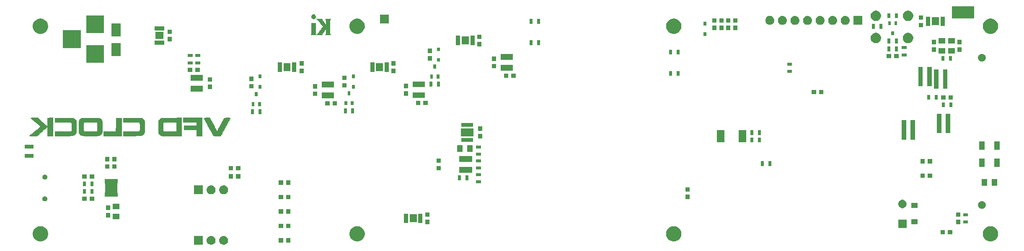
<source format=gbs>
G04 #@! TF.GenerationSoftware,KiCad,Pcbnew,(5.1.4)-1*
G04 #@! TF.CreationDate,2020-10-18T13:54:02-05:00*
G04 #@! TF.ProjectId,VFD_Clock,5646445f-436c-46f6-936b-2e6b69636164,rev?*
G04 #@! TF.SameCoordinates,Original*
G04 #@! TF.FileFunction,Soldermask,Bot*
G04 #@! TF.FilePolarity,Negative*
%FSLAX46Y46*%
G04 Gerber Fmt 4.6, Leading zero omitted, Abs format (unit mm)*
G04 Created by KiCad (PCBNEW (5.1.4)-1) date 2020-10-18 13:54:02*
%MOMM*%
%LPD*%
G04 APERTURE LIST*
%ADD10C,0.010000*%
%ADD11C,0.100000*%
G04 APERTURE END LIST*
D10*
G36*
X93357059Y-67893460D02*
G01*
X93239455Y-67959895D01*
X93145977Y-68062545D01*
X93102188Y-68148624D01*
X93071578Y-68287114D01*
X93080679Y-68425091D01*
X93128027Y-68546584D01*
X93140412Y-68565350D01*
X93230851Y-68652908D01*
X93349729Y-68713053D01*
X93482667Y-68742918D01*
X93615287Y-68739634D01*
X93733210Y-68700332D01*
X93753994Y-68687744D01*
X93836263Y-68608894D01*
X93904086Y-68500270D01*
X93946253Y-68382795D01*
X93954600Y-68313299D01*
X93935326Y-68204075D01*
X93884810Y-68089610D01*
X93814018Y-67990658D01*
X93758358Y-67941795D01*
X93626139Y-67881376D01*
X93489163Y-67866276D01*
X93357059Y-67893460D01*
X93357059Y-67893460D01*
G37*
X93357059Y-67893460D02*
X93239455Y-67959895D01*
X93145977Y-68062545D01*
X93102188Y-68148624D01*
X93071578Y-68287114D01*
X93080679Y-68425091D01*
X93128027Y-68546584D01*
X93140412Y-68565350D01*
X93230851Y-68652908D01*
X93349729Y-68713053D01*
X93482667Y-68742918D01*
X93615287Y-68739634D01*
X93733210Y-68700332D01*
X93753994Y-68687744D01*
X93836263Y-68608894D01*
X93904086Y-68500270D01*
X93946253Y-68382795D01*
X93954600Y-68313299D01*
X93935326Y-68204075D01*
X93884810Y-68089610D01*
X93814018Y-67990658D01*
X93758358Y-67941795D01*
X93626139Y-67881376D01*
X93489163Y-67866276D01*
X93357059Y-67893460D01*
G36*
X93116400Y-70759545D02*
G01*
X93116179Y-71031028D01*
X93115417Y-71256118D01*
X93113974Y-71439221D01*
X93111706Y-71584740D01*
X93108469Y-71697083D01*
X93104122Y-71780655D01*
X93098520Y-71839859D01*
X93091522Y-71879103D01*
X93082984Y-71902792D01*
X93079108Y-71908895D01*
X93052822Y-71946443D01*
X93042109Y-71974585D01*
X93052290Y-71994674D01*
X93088688Y-72008063D01*
X93156624Y-72016105D01*
X93261422Y-72020153D01*
X93408402Y-72021560D01*
X93522800Y-72021700D01*
X93673082Y-72021015D01*
X93804273Y-72019108D01*
X93908573Y-72016202D01*
X93978181Y-72012517D01*
X94005295Y-72008276D01*
X94005400Y-72007988D01*
X93994845Y-71978954D01*
X93968274Y-71922009D01*
X93954600Y-71894700D01*
X93941734Y-71867260D01*
X93931241Y-71836894D01*
X93922880Y-71798420D01*
X93916409Y-71746655D01*
X93911589Y-71676418D01*
X93908178Y-71582527D01*
X93905935Y-71459801D01*
X93904619Y-71303059D01*
X93903990Y-71107117D01*
X93903805Y-70866796D01*
X93903800Y-70802250D01*
X93904053Y-70544769D01*
X93904929Y-70333249D01*
X93906604Y-70162851D01*
X93909252Y-70028738D01*
X93913050Y-69926071D01*
X93918173Y-69850013D01*
X93924797Y-69795726D01*
X93933097Y-69758372D01*
X93942553Y-69734438D01*
X93981305Y-69659500D01*
X93116400Y-69659500D01*
X93116400Y-70759545D01*
X93116400Y-70759545D01*
G37*
X93116400Y-70759545D02*
X93116179Y-71031028D01*
X93115417Y-71256118D01*
X93113974Y-71439221D01*
X93111706Y-71584740D01*
X93108469Y-71697083D01*
X93104122Y-71780655D01*
X93098520Y-71839859D01*
X93091522Y-71879103D01*
X93082984Y-71902792D01*
X93079108Y-71908895D01*
X93052822Y-71946443D01*
X93042109Y-71974585D01*
X93052290Y-71994674D01*
X93088688Y-72008063D01*
X93156624Y-72016105D01*
X93261422Y-72020153D01*
X93408402Y-72021560D01*
X93522800Y-72021700D01*
X93673082Y-72021015D01*
X93804273Y-72019108D01*
X93908573Y-72016202D01*
X93978181Y-72012517D01*
X94005295Y-72008276D01*
X94005400Y-72007988D01*
X93994845Y-71978954D01*
X93968274Y-71922009D01*
X93954600Y-71894700D01*
X93941734Y-71867260D01*
X93931241Y-71836894D01*
X93922880Y-71798420D01*
X93916409Y-71746655D01*
X93911589Y-71676418D01*
X93908178Y-71582527D01*
X93905935Y-71459801D01*
X93904619Y-71303059D01*
X93903990Y-71107117D01*
X93903805Y-70866796D01*
X93903800Y-70802250D01*
X93904053Y-70544769D01*
X93904929Y-70333249D01*
X93906604Y-70162851D01*
X93909252Y-70028738D01*
X93913050Y-69926071D01*
X93918173Y-69850013D01*
X93924797Y-69795726D01*
X93933097Y-69758372D01*
X93942553Y-69734438D01*
X93981305Y-69659500D01*
X93116400Y-69659500D01*
X93116400Y-70759545D01*
G36*
X94699253Y-68795900D02*
G01*
X94153941Y-68795900D01*
X94352721Y-68997287D01*
X94682429Y-69360191D01*
X94896849Y-69634315D01*
X94975297Y-69737900D01*
X95069856Y-69858029D01*
X95169950Y-69981702D01*
X95265002Y-70095919D01*
X95344434Y-70187681D01*
X95369532Y-70215260D01*
X95450964Y-70302712D01*
X95381006Y-70393856D01*
X95245564Y-70583104D01*
X95158022Y-70722550D01*
X95103152Y-70804786D01*
X95041876Y-70884112D01*
X95036727Y-70890107D01*
X94967778Y-70973081D01*
X94887253Y-71075637D01*
X94804058Y-71185788D01*
X94727098Y-71291547D01*
X94665281Y-71380925D01*
X94629624Y-71438047D01*
X94594543Y-71491096D01*
X94536014Y-71569562D01*
X94464180Y-71660752D01*
X94389185Y-71751972D01*
X94321172Y-71830532D01*
X94284800Y-71869520D01*
X94260911Y-71895581D01*
X94218637Y-71942906D01*
X94210523Y-71952070D01*
X94148945Y-72021700D01*
X95275400Y-72021700D01*
X95275400Y-71943423D01*
X95292163Y-71866895D01*
X95339393Y-71761649D01*
X95412507Y-71635739D01*
X95506919Y-71497216D01*
X95594458Y-71383033D01*
X95665732Y-71290813D01*
X95731053Y-71199769D01*
X95778223Y-71127035D01*
X95784329Y-71116333D01*
X95824371Y-71049934D01*
X95859658Y-71001784D01*
X95868301Y-70993000D01*
X95902862Y-70954316D01*
X95943085Y-70897750D01*
X95980774Y-70849593D01*
X96011285Y-70827987D01*
X96012586Y-70827900D01*
X96021462Y-70852591D01*
X96028582Y-70923881D01*
X96033736Y-71037592D01*
X96036717Y-71189544D01*
X96037400Y-71324461D01*
X96036716Y-71503763D01*
X96034305Y-71639770D01*
X96029625Y-71739975D01*
X96022137Y-71811869D01*
X96011302Y-71862943D01*
X95996579Y-71900688D01*
X95995756Y-71902311D01*
X95960283Y-71961991D01*
X95928777Y-72000118D01*
X95925906Y-72002261D01*
X95941403Y-72007823D01*
X96000753Y-72012762D01*
X96097014Y-72016812D01*
X96223241Y-72019707D01*
X96372489Y-72021182D01*
X96424206Y-72021311D01*
X96950711Y-72021700D01*
X96921032Y-71951850D01*
X96892859Y-71893258D01*
X96870776Y-71857870D01*
X96866943Y-71828642D01*
X96863343Y-71753281D01*
X96860041Y-71636451D01*
X96857104Y-71482817D01*
X96854601Y-71297046D01*
X96852596Y-71083802D01*
X96851158Y-70847751D01*
X96850353Y-70593559D01*
X96850201Y-70421790D01*
X96850259Y-70117811D01*
X96850530Y-69860412D01*
X96851154Y-69645374D01*
X96852274Y-69468478D01*
X96854031Y-69325504D01*
X96856567Y-69212233D01*
X96860024Y-69124445D01*
X96864543Y-69057921D01*
X96870267Y-69008441D01*
X96877338Y-68971786D01*
X96885896Y-68943737D01*
X96896084Y-68920074D01*
X96901001Y-68910199D01*
X96931756Y-68848369D01*
X96949810Y-68809160D01*
X96951801Y-68803229D01*
X96927665Y-68801007D01*
X96860312Y-68799056D01*
X96757328Y-68797484D01*
X96626294Y-68796401D01*
X96474795Y-68795915D01*
X96441083Y-68795900D01*
X96267940Y-68796164D01*
X96139371Y-68797331D01*
X96049154Y-68799964D01*
X95991063Y-68804623D01*
X95958876Y-68811872D01*
X95946368Y-68822272D01*
X95947314Y-68836385D01*
X95948836Y-68840350D01*
X95982195Y-68929173D01*
X96006261Y-69017681D01*
X96022420Y-69116641D01*
X96032058Y-69236821D01*
X96036560Y-69388988D01*
X96037400Y-69528588D01*
X96037401Y-69948404D01*
X95961201Y-69875400D01*
X95913587Y-69825057D01*
X95887006Y-69787778D01*
X95885000Y-69780983D01*
X95869863Y-69755050D01*
X95830372Y-69701628D01*
X95775412Y-69631645D01*
X95713868Y-69556029D01*
X95654623Y-69485709D01*
X95606561Y-69431614D01*
X95579761Y-69405500D01*
X95557439Y-69378234D01*
X95519064Y-69322130D01*
X95491198Y-69278500D01*
X95432995Y-69190798D01*
X95370049Y-69104198D01*
X95347701Y-69075862D01*
X95302987Y-69009236D01*
X95277592Y-68948143D01*
X95275400Y-68931890D01*
X95274878Y-68888177D01*
X95269209Y-68855002D01*
X95252238Y-68830912D01*
X95217811Y-68814455D01*
X95159774Y-68804177D01*
X95071972Y-68798627D01*
X94948250Y-68796351D01*
X94782455Y-68795896D01*
X94699253Y-68795900D01*
X94699253Y-68795900D01*
G37*
X94699253Y-68795900D02*
X94153941Y-68795900D01*
X94352721Y-68997287D01*
X94682429Y-69360191D01*
X94896849Y-69634315D01*
X94975297Y-69737900D01*
X95069856Y-69858029D01*
X95169950Y-69981702D01*
X95265002Y-70095919D01*
X95344434Y-70187681D01*
X95369532Y-70215260D01*
X95450964Y-70302712D01*
X95381006Y-70393856D01*
X95245564Y-70583104D01*
X95158022Y-70722550D01*
X95103152Y-70804786D01*
X95041876Y-70884112D01*
X95036727Y-70890107D01*
X94967778Y-70973081D01*
X94887253Y-71075637D01*
X94804058Y-71185788D01*
X94727098Y-71291547D01*
X94665281Y-71380925D01*
X94629624Y-71438047D01*
X94594543Y-71491096D01*
X94536014Y-71569562D01*
X94464180Y-71660752D01*
X94389185Y-71751972D01*
X94321172Y-71830532D01*
X94284800Y-71869520D01*
X94260911Y-71895581D01*
X94218637Y-71942906D01*
X94210523Y-71952070D01*
X94148945Y-72021700D01*
X95275400Y-72021700D01*
X95275400Y-71943423D01*
X95292163Y-71866895D01*
X95339393Y-71761649D01*
X95412507Y-71635739D01*
X95506919Y-71497216D01*
X95594458Y-71383033D01*
X95665732Y-71290813D01*
X95731053Y-71199769D01*
X95778223Y-71127035D01*
X95784329Y-71116333D01*
X95824371Y-71049934D01*
X95859658Y-71001784D01*
X95868301Y-70993000D01*
X95902862Y-70954316D01*
X95943085Y-70897750D01*
X95980774Y-70849593D01*
X96011285Y-70827987D01*
X96012586Y-70827900D01*
X96021462Y-70852591D01*
X96028582Y-70923881D01*
X96033736Y-71037592D01*
X96036717Y-71189544D01*
X96037400Y-71324461D01*
X96036716Y-71503763D01*
X96034305Y-71639770D01*
X96029625Y-71739975D01*
X96022137Y-71811869D01*
X96011302Y-71862943D01*
X95996579Y-71900688D01*
X95995756Y-71902311D01*
X95960283Y-71961991D01*
X95928777Y-72000118D01*
X95925906Y-72002261D01*
X95941403Y-72007823D01*
X96000753Y-72012762D01*
X96097014Y-72016812D01*
X96223241Y-72019707D01*
X96372489Y-72021182D01*
X96424206Y-72021311D01*
X96950711Y-72021700D01*
X96921032Y-71951850D01*
X96892859Y-71893258D01*
X96870776Y-71857870D01*
X96866943Y-71828642D01*
X96863343Y-71753281D01*
X96860041Y-71636451D01*
X96857104Y-71482817D01*
X96854601Y-71297046D01*
X96852596Y-71083802D01*
X96851158Y-70847751D01*
X96850353Y-70593559D01*
X96850201Y-70421790D01*
X96850259Y-70117811D01*
X96850530Y-69860412D01*
X96851154Y-69645374D01*
X96852274Y-69468478D01*
X96854031Y-69325504D01*
X96856567Y-69212233D01*
X96860024Y-69124445D01*
X96864543Y-69057921D01*
X96870267Y-69008441D01*
X96877338Y-68971786D01*
X96885896Y-68943737D01*
X96896084Y-68920074D01*
X96901001Y-68910199D01*
X96931756Y-68848369D01*
X96949810Y-68809160D01*
X96951801Y-68803229D01*
X96927665Y-68801007D01*
X96860312Y-68799056D01*
X96757328Y-68797484D01*
X96626294Y-68796401D01*
X96474795Y-68795915D01*
X96441083Y-68795900D01*
X96267940Y-68796164D01*
X96139371Y-68797331D01*
X96049154Y-68799964D01*
X95991063Y-68804623D01*
X95958876Y-68811872D01*
X95946368Y-68822272D01*
X95947314Y-68836385D01*
X95948836Y-68840350D01*
X95982195Y-68929173D01*
X96006261Y-69017681D01*
X96022420Y-69116641D01*
X96032058Y-69236821D01*
X96036560Y-69388988D01*
X96037400Y-69528588D01*
X96037401Y-69948404D01*
X95961201Y-69875400D01*
X95913587Y-69825057D01*
X95887006Y-69787778D01*
X95885000Y-69780983D01*
X95869863Y-69755050D01*
X95830372Y-69701628D01*
X95775412Y-69631645D01*
X95713868Y-69556029D01*
X95654623Y-69485709D01*
X95606561Y-69431614D01*
X95579761Y-69405500D01*
X95557439Y-69378234D01*
X95519064Y-69322130D01*
X95491198Y-69278500D01*
X95432995Y-69190798D01*
X95370049Y-69104198D01*
X95347701Y-69075862D01*
X95302987Y-69009236D01*
X95277592Y-68948143D01*
X95275400Y-68931890D01*
X95274878Y-68888177D01*
X95269209Y-68855002D01*
X95252238Y-68830912D01*
X95217811Y-68814455D01*
X95159774Y-68804177D01*
X95071972Y-68798627D01*
X94948250Y-68796351D01*
X94782455Y-68795896D01*
X94699253Y-68795900D01*
G36*
X40331572Y-88794322D02*
G01*
X39778214Y-88804338D01*
X39768486Y-89666124D01*
X39765034Y-89907518D01*
X39760562Y-90122818D01*
X39755391Y-90302055D01*
X39749844Y-90435262D01*
X39744242Y-90512470D01*
X39740658Y-90527910D01*
X39710525Y-90504421D01*
X39632834Y-90437601D01*
X39513745Y-90332918D01*
X39359413Y-90195839D01*
X39175998Y-90031832D01*
X38969656Y-89846366D01*
X38759968Y-89657053D01*
X37797378Y-88786195D01*
X37070272Y-88786195D01*
X36838140Y-88787752D01*
X36641453Y-88792142D01*
X36489320Y-88798949D01*
X36390851Y-88807754D01*
X36355157Y-88818141D01*
X36355262Y-88818966D01*
X36384903Y-88849130D01*
X36463867Y-88920416D01*
X36585834Y-89027359D01*
X36744483Y-89164494D01*
X36933494Y-89326356D01*
X37146546Y-89507480D01*
X37365214Y-89692207D01*
X37594916Y-89886195D01*
X37806341Y-90065739D01*
X37993217Y-90225438D01*
X38149272Y-90359888D01*
X38268235Y-90463689D01*
X38343833Y-90531436D01*
X38369779Y-90557508D01*
X38343749Y-90583527D01*
X38267940Y-90649237D01*
X38149261Y-90749018D01*
X37994622Y-90877248D01*
X37810931Y-91028308D01*
X37605097Y-91196576D01*
X37384029Y-91376432D01*
X37154636Y-91562255D01*
X36923827Y-91748424D01*
X36698510Y-91929320D01*
X36485595Y-92099320D01*
X36291991Y-92252805D01*
X36124606Y-92384154D01*
X36121280Y-92386746D01*
X36098593Y-92406910D01*
X36094348Y-92422231D01*
X36116412Y-92433385D01*
X36172648Y-92441047D01*
X36270922Y-92445893D01*
X36419099Y-92448596D01*
X36625044Y-92449833D01*
X36860958Y-92450246D01*
X37681131Y-92451052D01*
X39741929Y-90576400D01*
X39761277Y-92451052D01*
X40884929Y-92451052D01*
X40884929Y-88784305D01*
X40331572Y-88794322D01*
X40331572Y-88794322D01*
G37*
X40331572Y-88794322D02*
X39778214Y-88804338D01*
X39768486Y-89666124D01*
X39765034Y-89907518D01*
X39760562Y-90122818D01*
X39755391Y-90302055D01*
X39749844Y-90435262D01*
X39744242Y-90512470D01*
X39740658Y-90527910D01*
X39710525Y-90504421D01*
X39632834Y-90437601D01*
X39513745Y-90332918D01*
X39359413Y-90195839D01*
X39175998Y-90031832D01*
X38969656Y-89846366D01*
X38759968Y-89657053D01*
X37797378Y-88786195D01*
X37070272Y-88786195D01*
X36838140Y-88787752D01*
X36641453Y-88792142D01*
X36489320Y-88798949D01*
X36390851Y-88807754D01*
X36355157Y-88818141D01*
X36355262Y-88818966D01*
X36384903Y-88849130D01*
X36463867Y-88920416D01*
X36585834Y-89027359D01*
X36744483Y-89164494D01*
X36933494Y-89326356D01*
X37146546Y-89507480D01*
X37365214Y-89692207D01*
X37594916Y-89886195D01*
X37806341Y-90065739D01*
X37993217Y-90225438D01*
X38149272Y-90359888D01*
X38268235Y-90463689D01*
X38343833Y-90531436D01*
X38369779Y-90557508D01*
X38343749Y-90583527D01*
X38267940Y-90649237D01*
X38149261Y-90749018D01*
X37994622Y-90877248D01*
X37810931Y-91028308D01*
X37605097Y-91196576D01*
X37384029Y-91376432D01*
X37154636Y-91562255D01*
X36923827Y-91748424D01*
X36698510Y-91929320D01*
X36485595Y-92099320D01*
X36291991Y-92252805D01*
X36124606Y-92384154D01*
X36121280Y-92386746D01*
X36098593Y-92406910D01*
X36094348Y-92422231D01*
X36116412Y-92433385D01*
X36172648Y-92441047D01*
X36270922Y-92445893D01*
X36419099Y-92448596D01*
X36625044Y-92449833D01*
X36860958Y-92450246D01*
X37681131Y-92451052D01*
X39741929Y-90576400D01*
X39761277Y-92451052D01*
X40884929Y-92451052D01*
X40884929Y-88784305D01*
X40331572Y-88794322D01*
G36*
X41281838Y-89698285D02*
G01*
X42875506Y-89698285D01*
X43258344Y-89698431D01*
X43575259Y-89699048D01*
X43832896Y-89700403D01*
X44037904Y-89702766D01*
X44196930Y-89706405D01*
X44316621Y-89711588D01*
X44403624Y-89718584D01*
X44464586Y-89727660D01*
X44506155Y-89739086D01*
X44534978Y-89753129D01*
X44552799Y-89766000D01*
X44585092Y-89796035D01*
X44608306Y-89833556D01*
X44624407Y-89890754D01*
X44635360Y-89979824D01*
X44643132Y-90112956D01*
X44649689Y-90302344D01*
X44651971Y-90380996D01*
X44655869Y-90600886D01*
X44655691Y-90821199D01*
X44651716Y-91019535D01*
X44644220Y-91173490D01*
X44641776Y-91202985D01*
X44634621Y-91290489D01*
X44626926Y-91363552D01*
X44612594Y-91423469D01*
X44585527Y-91471539D01*
X44539627Y-91509059D01*
X44468798Y-91537328D01*
X44366942Y-91557642D01*
X44227962Y-91571300D01*
X44045761Y-91579599D01*
X43814240Y-91583836D01*
X43527303Y-91585311D01*
X43178853Y-91585319D01*
X42846159Y-91585142D01*
X41284072Y-91585142D01*
X41284072Y-92455999D01*
X42980429Y-92452024D01*
X43329774Y-92450595D01*
X43661071Y-92448070D01*
X43966381Y-92444593D01*
X44237767Y-92440308D01*
X44467290Y-92435358D01*
X44647013Y-92429885D01*
X44768996Y-92424034D01*
X44821929Y-92418758D01*
X45081106Y-92343059D01*
X45282678Y-92229776D01*
X45433937Y-92073810D01*
X45514908Y-91934103D01*
X45539503Y-91879379D01*
X45558928Y-91826832D01*
X45573796Y-91767474D01*
X45584716Y-91692313D01*
X45592299Y-91592361D01*
X45597158Y-91458626D01*
X45599902Y-91282120D01*
X45601143Y-91053851D01*
X45601492Y-90764831D01*
X45601515Y-90659857D01*
X45600114Y-90309794D01*
X45595915Y-90009811D01*
X45589081Y-89764897D01*
X45579771Y-89580040D01*
X45568150Y-89460229D01*
X45561486Y-89426142D01*
X45483600Y-89263128D01*
X45350927Y-89107844D01*
X45180781Y-88976282D01*
X44990474Y-88884437D01*
X44966738Y-88876731D01*
X44910927Y-88861162D01*
X44849475Y-88848199D01*
X44775509Y-88837606D01*
X44682155Y-88829144D01*
X44562541Y-88822577D01*
X44409793Y-88817667D01*
X44217040Y-88814176D01*
X43977407Y-88811868D01*
X43684023Y-88810504D01*
X43330014Y-88809848D01*
X43025786Y-88809678D01*
X41302214Y-88809285D01*
X41281838Y-89698285D01*
X41281838Y-89698285D01*
G37*
X41281838Y-89698285D02*
X42875506Y-89698285D01*
X43258344Y-89698431D01*
X43575259Y-89699048D01*
X43832896Y-89700403D01*
X44037904Y-89702766D01*
X44196930Y-89706405D01*
X44316621Y-89711588D01*
X44403624Y-89718584D01*
X44464586Y-89727660D01*
X44506155Y-89739086D01*
X44534978Y-89753129D01*
X44552799Y-89766000D01*
X44585092Y-89796035D01*
X44608306Y-89833556D01*
X44624407Y-89890754D01*
X44635360Y-89979824D01*
X44643132Y-90112956D01*
X44649689Y-90302344D01*
X44651971Y-90380996D01*
X44655869Y-90600886D01*
X44655691Y-90821199D01*
X44651716Y-91019535D01*
X44644220Y-91173490D01*
X44641776Y-91202985D01*
X44634621Y-91290489D01*
X44626926Y-91363552D01*
X44612594Y-91423469D01*
X44585527Y-91471539D01*
X44539627Y-91509059D01*
X44468798Y-91537328D01*
X44366942Y-91557642D01*
X44227962Y-91571300D01*
X44045761Y-91579599D01*
X43814240Y-91583836D01*
X43527303Y-91585311D01*
X43178853Y-91585319D01*
X42846159Y-91585142D01*
X41284072Y-91585142D01*
X41284072Y-92455999D01*
X42980429Y-92452024D01*
X43329774Y-92450595D01*
X43661071Y-92448070D01*
X43966381Y-92444593D01*
X44237767Y-92440308D01*
X44467290Y-92435358D01*
X44647013Y-92429885D01*
X44768996Y-92424034D01*
X44821929Y-92418758D01*
X45081106Y-92343059D01*
X45282678Y-92229776D01*
X45433937Y-92073810D01*
X45514908Y-91934103D01*
X45539503Y-91879379D01*
X45558928Y-91826832D01*
X45573796Y-91767474D01*
X45584716Y-91692313D01*
X45592299Y-91592361D01*
X45597158Y-91458626D01*
X45599902Y-91282120D01*
X45601143Y-91053851D01*
X45601492Y-90764831D01*
X45601515Y-90659857D01*
X45600114Y-90309794D01*
X45595915Y-90009811D01*
X45589081Y-89764897D01*
X45579771Y-89580040D01*
X45568150Y-89460229D01*
X45561486Y-89426142D01*
X45483600Y-89263128D01*
X45350927Y-89107844D01*
X45180781Y-88976282D01*
X44990474Y-88884437D01*
X44966738Y-88876731D01*
X44910927Y-88861162D01*
X44849475Y-88848199D01*
X44775509Y-88837606D01*
X44682155Y-88829144D01*
X44562541Y-88822577D01*
X44409793Y-88817667D01*
X44217040Y-88814176D01*
X43977407Y-88811868D01*
X43684023Y-88810504D01*
X43330014Y-88809848D01*
X43025786Y-88809678D01*
X41302214Y-88809285D01*
X41281838Y-89698285D01*
G36*
X48052994Y-88806436D02*
G01*
X47709442Y-88807664D01*
X47424592Y-88810688D01*
X47191510Y-88816311D01*
X47003262Y-88825331D01*
X46852913Y-88838551D01*
X46733528Y-88856771D01*
X46638173Y-88880791D01*
X46559915Y-88911413D01*
X46491817Y-88949437D01*
X46426947Y-88995664D01*
X46360846Y-89048852D01*
X46289189Y-89110246D01*
X46231260Y-89169653D01*
X46185593Y-89235283D01*
X46150724Y-89315349D01*
X46125190Y-89418061D01*
X46107526Y-89551631D01*
X46096268Y-89724271D01*
X46089952Y-89944193D01*
X46087113Y-90219607D01*
X46086288Y-90558725D01*
X46086265Y-90588741D01*
X46086771Y-90873212D01*
X46088586Y-91138644D01*
X46091538Y-91375143D01*
X46095455Y-91572816D01*
X46100165Y-91721767D01*
X46105496Y-91812104D01*
X46107825Y-91829918D01*
X46155135Y-91943515D01*
X46245030Y-92072485D01*
X46358424Y-92193948D01*
X46476232Y-92285022D01*
X46497324Y-92296890D01*
X46583407Y-92338144D01*
X46674127Y-92371951D01*
X46777730Y-92399140D01*
X46902462Y-92420541D01*
X47056566Y-92436982D01*
X47248290Y-92449294D01*
X47485878Y-92458304D01*
X47777574Y-92464842D01*
X48131625Y-92469737D01*
X48226325Y-92470754D01*
X48532630Y-92472944D01*
X48829881Y-92473260D01*
X49106599Y-92471824D01*
X49351307Y-92468758D01*
X49552528Y-92464186D01*
X49698782Y-92458228D01*
X49750325Y-92454529D01*
X49959605Y-92432126D01*
X50116298Y-92407074D01*
X50240363Y-92374828D01*
X50351759Y-92330842D01*
X50403468Y-92305807D01*
X50541863Y-92213858D01*
X50671753Y-92090424D01*
X50769944Y-91959383D01*
X50800385Y-91897200D01*
X50812049Y-91828155D01*
X50821720Y-91690758D01*
X50829273Y-91489205D01*
X50834583Y-91227692D01*
X50837527Y-90910415D01*
X50838100Y-90627200D01*
X50837428Y-90277394D01*
X50835004Y-89992106D01*
X50829427Y-89763284D01*
X50828781Y-89751777D01*
X49804754Y-89751777D01*
X49804754Y-91489205D01*
X49714039Y-91535853D01*
X49670478Y-91549269D01*
X49593750Y-91559710D01*
X49477486Y-91567359D01*
X49315316Y-91572401D01*
X49100868Y-91575020D01*
X48827774Y-91575399D01*
X48489661Y-91573723D01*
X48420586Y-91573210D01*
X48092003Y-91570448D01*
X47828259Y-91567461D01*
X47621621Y-91563776D01*
X47464356Y-91558919D01*
X47348733Y-91552415D01*
X47267018Y-91543791D01*
X47211480Y-91532573D01*
X47174386Y-91518287D01*
X47148003Y-91500457D01*
X47141515Y-91494796D01*
X47116663Y-91469180D01*
X47097881Y-91436887D01*
X47084322Y-91388221D01*
X47075137Y-91313489D01*
X47069479Y-91202995D01*
X47066499Y-91047044D01*
X47065352Y-90835942D01*
X47065182Y-90621802D01*
X47066119Y-90345234D01*
X47069267Y-90132664D01*
X47075128Y-89975541D01*
X47084206Y-89865313D01*
X47097005Y-89793427D01*
X47114028Y-89751332D01*
X47116653Y-89747498D01*
X47133715Y-89728465D01*
X47159171Y-89713109D01*
X47200520Y-89700962D01*
X47265260Y-89691556D01*
X47360891Y-89684424D01*
X47494912Y-89679099D01*
X47674822Y-89675113D01*
X47908120Y-89671999D01*
X48202305Y-89669290D01*
X48395724Y-89667781D01*
X48749971Y-89665761D01*
X49037977Y-89665710D01*
X49266054Y-89667808D01*
X49440512Y-89672232D01*
X49567661Y-89679161D01*
X49653809Y-89688775D01*
X49705269Y-89701252D01*
X49714039Y-89705138D01*
X49804754Y-89751777D01*
X50828781Y-89751777D01*
X50819297Y-89582877D01*
X50803212Y-89442830D01*
X50779771Y-89335093D01*
X50747574Y-89251614D01*
X50705221Y-89184339D01*
X50651309Y-89125217D01*
X50584438Y-89066196D01*
X50563518Y-89048852D01*
X50495181Y-88993942D01*
X50430315Y-88948008D01*
X50361985Y-88910250D01*
X50283257Y-88879867D01*
X50187196Y-88856058D01*
X50066869Y-88838022D01*
X49915340Y-88824959D01*
X49725675Y-88816067D01*
X49490940Y-88810547D01*
X49204201Y-88807597D01*
X48858522Y-88806417D01*
X48462182Y-88806205D01*
X48052994Y-88806436D01*
X48052994Y-88806436D01*
G37*
X48052994Y-88806436D02*
X47709442Y-88807664D01*
X47424592Y-88810688D01*
X47191510Y-88816311D01*
X47003262Y-88825331D01*
X46852913Y-88838551D01*
X46733528Y-88856771D01*
X46638173Y-88880791D01*
X46559915Y-88911413D01*
X46491817Y-88949437D01*
X46426947Y-88995664D01*
X46360846Y-89048852D01*
X46289189Y-89110246D01*
X46231260Y-89169653D01*
X46185593Y-89235283D01*
X46150724Y-89315349D01*
X46125190Y-89418061D01*
X46107526Y-89551631D01*
X46096268Y-89724271D01*
X46089952Y-89944193D01*
X46087113Y-90219607D01*
X46086288Y-90558725D01*
X46086265Y-90588741D01*
X46086771Y-90873212D01*
X46088586Y-91138644D01*
X46091538Y-91375143D01*
X46095455Y-91572816D01*
X46100165Y-91721767D01*
X46105496Y-91812104D01*
X46107825Y-91829918D01*
X46155135Y-91943515D01*
X46245030Y-92072485D01*
X46358424Y-92193948D01*
X46476232Y-92285022D01*
X46497324Y-92296890D01*
X46583407Y-92338144D01*
X46674127Y-92371951D01*
X46777730Y-92399140D01*
X46902462Y-92420541D01*
X47056566Y-92436982D01*
X47248290Y-92449294D01*
X47485878Y-92458304D01*
X47777574Y-92464842D01*
X48131625Y-92469737D01*
X48226325Y-92470754D01*
X48532630Y-92472944D01*
X48829881Y-92473260D01*
X49106599Y-92471824D01*
X49351307Y-92468758D01*
X49552528Y-92464186D01*
X49698782Y-92458228D01*
X49750325Y-92454529D01*
X49959605Y-92432126D01*
X50116298Y-92407074D01*
X50240363Y-92374828D01*
X50351759Y-92330842D01*
X50403468Y-92305807D01*
X50541863Y-92213858D01*
X50671753Y-92090424D01*
X50769944Y-91959383D01*
X50800385Y-91897200D01*
X50812049Y-91828155D01*
X50821720Y-91690758D01*
X50829273Y-91489205D01*
X50834583Y-91227692D01*
X50837527Y-90910415D01*
X50838100Y-90627200D01*
X50837428Y-90277394D01*
X50835004Y-89992106D01*
X50829427Y-89763284D01*
X50828781Y-89751777D01*
X49804754Y-89751777D01*
X49804754Y-91489205D01*
X49714039Y-91535853D01*
X49670478Y-91549269D01*
X49593750Y-91559710D01*
X49477486Y-91567359D01*
X49315316Y-91572401D01*
X49100868Y-91575020D01*
X48827774Y-91575399D01*
X48489661Y-91573723D01*
X48420586Y-91573210D01*
X48092003Y-91570448D01*
X47828259Y-91567461D01*
X47621621Y-91563776D01*
X47464356Y-91558919D01*
X47348733Y-91552415D01*
X47267018Y-91543791D01*
X47211480Y-91532573D01*
X47174386Y-91518287D01*
X47148003Y-91500457D01*
X47141515Y-91494796D01*
X47116663Y-91469180D01*
X47097881Y-91436887D01*
X47084322Y-91388221D01*
X47075137Y-91313489D01*
X47069479Y-91202995D01*
X47066499Y-91047044D01*
X47065352Y-90835942D01*
X47065182Y-90621802D01*
X47066119Y-90345234D01*
X47069267Y-90132664D01*
X47075128Y-89975541D01*
X47084206Y-89865313D01*
X47097005Y-89793427D01*
X47114028Y-89751332D01*
X47116653Y-89747498D01*
X47133715Y-89728465D01*
X47159171Y-89713109D01*
X47200520Y-89700962D01*
X47265260Y-89691556D01*
X47360891Y-89684424D01*
X47494912Y-89679099D01*
X47674822Y-89675113D01*
X47908120Y-89671999D01*
X48202305Y-89669290D01*
X48395724Y-89667781D01*
X48749971Y-89665761D01*
X49037977Y-89665710D01*
X49266054Y-89667808D01*
X49440512Y-89672232D01*
X49567661Y-89679161D01*
X49653809Y-89688775D01*
X49705269Y-89701252D01*
X49714039Y-89705138D01*
X49804754Y-89751777D01*
X50828781Y-89751777D01*
X50819297Y-89582877D01*
X50803212Y-89442830D01*
X50779771Y-89335093D01*
X50747574Y-89251614D01*
X50705221Y-89184339D01*
X50651309Y-89125217D01*
X50584438Y-89066196D01*
X50563518Y-89048852D01*
X50495181Y-88993942D01*
X50430315Y-88948008D01*
X50361985Y-88910250D01*
X50283257Y-88879867D01*
X50187196Y-88856058D01*
X50066869Y-88838022D01*
X49915340Y-88824959D01*
X49725675Y-88816067D01*
X49490940Y-88810547D01*
X49204201Y-88807597D01*
X48858522Y-88806417D01*
X48462182Y-88806205D01*
X48052994Y-88806436D01*
G36*
X53606700Y-90195400D02*
G01*
X53597197Y-91583328D01*
X51130631Y-91583328D01*
X51130631Y-92454185D01*
X54759874Y-92454185D01*
X54741060Y-88807471D01*
X53616203Y-88807471D01*
X53606700Y-90195400D01*
X53606700Y-90195400D01*
G37*
X53606700Y-90195400D02*
X53597197Y-91583328D01*
X51130631Y-91583328D01*
X51130631Y-92454185D01*
X54759874Y-92454185D01*
X54741060Y-88807471D01*
X53616203Y-88807471D01*
X53606700Y-90195400D01*
G36*
X55080598Y-89243154D02*
G01*
X55070409Y-89687654D01*
X56664078Y-89687654D01*
X57046916Y-89687800D01*
X57363830Y-89688417D01*
X57621468Y-89689772D01*
X57826476Y-89692135D01*
X57985501Y-89695774D01*
X58105192Y-89700957D01*
X58192195Y-89707953D01*
X58253158Y-89717029D01*
X58294727Y-89728455D01*
X58323550Y-89742498D01*
X58341371Y-89755369D01*
X58373664Y-89785404D01*
X58396878Y-89822925D01*
X58412978Y-89880123D01*
X58423932Y-89969193D01*
X58431704Y-90102325D01*
X58438261Y-90291713D01*
X58440542Y-90370365D01*
X58444440Y-90590255D01*
X58444263Y-90810568D01*
X58440287Y-91008904D01*
X58432792Y-91162859D01*
X58430347Y-91192354D01*
X58423193Y-91279858D01*
X58415498Y-91352921D01*
X58401165Y-91412838D01*
X58374098Y-91460908D01*
X58328199Y-91498428D01*
X58257370Y-91526697D01*
X58155514Y-91547011D01*
X58016534Y-91560669D01*
X57834332Y-91568968D01*
X57602812Y-91573205D01*
X57315875Y-91574680D01*
X56967425Y-91574688D01*
X56634731Y-91574511D01*
X55072643Y-91574511D01*
X55072643Y-92445368D01*
X56769000Y-92441393D01*
X57118345Y-92439964D01*
X57449642Y-92437439D01*
X57754952Y-92433962D01*
X58026338Y-92429677D01*
X58255862Y-92424727D01*
X58435584Y-92419254D01*
X58557567Y-92413403D01*
X58610500Y-92408127D01*
X58869677Y-92332428D01*
X59071250Y-92219145D01*
X59222508Y-92063179D01*
X59303479Y-91923472D01*
X59328074Y-91868748D01*
X59347500Y-91816201D01*
X59362367Y-91756843D01*
X59373287Y-91681682D01*
X59380871Y-91581730D01*
X59385729Y-91447995D01*
X59388474Y-91271489D01*
X59389715Y-91043220D01*
X59390063Y-90754200D01*
X59390086Y-90649226D01*
X59388685Y-90299163D01*
X59384487Y-89999180D01*
X59377652Y-89754266D01*
X59368343Y-89569409D01*
X59356721Y-89449598D01*
X59350058Y-89415511D01*
X59272171Y-89252497D01*
X59139498Y-89097213D01*
X58969352Y-88965651D01*
X58779046Y-88873806D01*
X58755309Y-88866100D01*
X58699499Y-88850531D01*
X58638047Y-88837568D01*
X58564080Y-88826975D01*
X58470727Y-88818513D01*
X58351112Y-88811946D01*
X58198365Y-88807036D01*
X58005611Y-88803545D01*
X57765979Y-88801237D01*
X57472595Y-88799873D01*
X57118586Y-88799217D01*
X56814357Y-88799047D01*
X55090786Y-88798654D01*
X55080598Y-89243154D01*
X55080598Y-89243154D01*
G37*
X55080598Y-89243154D02*
X55070409Y-89687654D01*
X56664078Y-89687654D01*
X57046916Y-89687800D01*
X57363830Y-89688417D01*
X57621468Y-89689772D01*
X57826476Y-89692135D01*
X57985501Y-89695774D01*
X58105192Y-89700957D01*
X58192195Y-89707953D01*
X58253158Y-89717029D01*
X58294727Y-89728455D01*
X58323550Y-89742498D01*
X58341371Y-89755369D01*
X58373664Y-89785404D01*
X58396878Y-89822925D01*
X58412978Y-89880123D01*
X58423932Y-89969193D01*
X58431704Y-90102325D01*
X58438261Y-90291713D01*
X58440542Y-90370365D01*
X58444440Y-90590255D01*
X58444263Y-90810568D01*
X58440287Y-91008904D01*
X58432792Y-91162859D01*
X58430347Y-91192354D01*
X58423193Y-91279858D01*
X58415498Y-91352921D01*
X58401165Y-91412838D01*
X58374098Y-91460908D01*
X58328199Y-91498428D01*
X58257370Y-91526697D01*
X58155514Y-91547011D01*
X58016534Y-91560669D01*
X57834332Y-91568968D01*
X57602812Y-91573205D01*
X57315875Y-91574680D01*
X56967425Y-91574688D01*
X56634731Y-91574511D01*
X55072643Y-91574511D01*
X55072643Y-92445368D01*
X56769000Y-92441393D01*
X57118345Y-92439964D01*
X57449642Y-92437439D01*
X57754952Y-92433962D01*
X58026338Y-92429677D01*
X58255862Y-92424727D01*
X58435584Y-92419254D01*
X58557567Y-92413403D01*
X58610500Y-92408127D01*
X58869677Y-92332428D01*
X59071250Y-92219145D01*
X59222508Y-92063179D01*
X59303479Y-91923472D01*
X59328074Y-91868748D01*
X59347500Y-91816201D01*
X59362367Y-91756843D01*
X59373287Y-91681682D01*
X59380871Y-91581730D01*
X59385729Y-91447995D01*
X59388474Y-91271489D01*
X59389715Y-91043220D01*
X59390063Y-90754200D01*
X59390086Y-90649226D01*
X59388685Y-90299163D01*
X59384487Y-89999180D01*
X59377652Y-89754266D01*
X59368343Y-89569409D01*
X59356721Y-89449598D01*
X59350058Y-89415511D01*
X59272171Y-89252497D01*
X59139498Y-89097213D01*
X58969352Y-88965651D01*
X58779046Y-88873806D01*
X58755309Y-88866100D01*
X58699499Y-88850531D01*
X58638047Y-88837568D01*
X58564080Y-88826975D01*
X58470727Y-88818513D01*
X58351112Y-88811946D01*
X58198365Y-88807036D01*
X58005611Y-88803545D01*
X57765979Y-88801237D01*
X57472595Y-88799873D01*
X57118586Y-88799217D01*
X56814357Y-88799047D01*
X55090786Y-88798654D01*
X55080598Y-89243154D01*
G36*
X64918481Y-88799876D02*
G01*
X64483201Y-88803393D01*
X64114376Y-88806984D01*
X63805890Y-88810865D01*
X63551626Y-88815249D01*
X63345468Y-88820349D01*
X63181299Y-88826380D01*
X63053003Y-88833555D01*
X62954464Y-88842088D01*
X62879566Y-88852193D01*
X62822191Y-88864083D01*
X62786695Y-88874396D01*
X62565256Y-88980580D01*
X62377990Y-89135921D01*
X62250428Y-89311724D01*
X62227239Y-89358004D01*
X62208850Y-89406219D01*
X62194595Y-89465230D01*
X62183808Y-89543896D01*
X62175824Y-89651077D01*
X62169976Y-89795632D01*
X62165600Y-89986422D01*
X62162030Y-90232305D01*
X62158699Y-90532679D01*
X62156390Y-90913604D01*
X62158049Y-91228234D01*
X62163641Y-91475066D01*
X62173129Y-91652594D01*
X62186477Y-91759315D01*
X62188111Y-91766394D01*
X62265681Y-91974893D01*
X62389204Y-92140036D01*
X62569355Y-92274486D01*
X62654884Y-92320164D01*
X62893876Y-92437857D01*
X64881357Y-92448655D01*
X66868838Y-92459452D01*
X66868838Y-91585142D01*
X65816553Y-91585142D01*
X64546553Y-91585142D01*
X64209040Y-91584989D01*
X63936605Y-91584259D01*
X63721751Y-91582548D01*
X63556984Y-91579450D01*
X63434809Y-91574560D01*
X63347731Y-91567472D01*
X63288255Y-91557783D01*
X63248888Y-91545087D01*
X63222133Y-91528978D01*
X63203981Y-91512571D01*
X63180390Y-91485026D01*
X63162539Y-91449387D01*
X63149633Y-91395975D01*
X63140875Y-91315108D01*
X63135472Y-91197104D01*
X63132626Y-91032284D01*
X63131544Y-90810966D01*
X63131410Y-90629195D01*
X63131700Y-90365961D01*
X63133129Y-90165652D01*
X63136533Y-90018622D01*
X63142749Y-89915223D01*
X63152614Y-89845809D01*
X63166965Y-89800735D01*
X63186638Y-89770354D01*
X63207740Y-89749266D01*
X63231954Y-89730796D01*
X63264641Y-89715805D01*
X63313311Y-89703840D01*
X63385478Y-89694451D01*
X63488651Y-89687186D01*
X63630345Y-89681593D01*
X63818069Y-89677220D01*
X64059338Y-89673617D01*
X64361661Y-89670331D01*
X64550311Y-89668554D01*
X65816553Y-89656966D01*
X65816553Y-91585142D01*
X66868838Y-91585142D01*
X66868838Y-88785162D01*
X64918481Y-88799876D01*
X64918481Y-88799876D01*
G37*
X64918481Y-88799876D02*
X64483201Y-88803393D01*
X64114376Y-88806984D01*
X63805890Y-88810865D01*
X63551626Y-88815249D01*
X63345468Y-88820349D01*
X63181299Y-88826380D01*
X63053003Y-88833555D01*
X62954464Y-88842088D01*
X62879566Y-88852193D01*
X62822191Y-88864083D01*
X62786695Y-88874396D01*
X62565256Y-88980580D01*
X62377990Y-89135921D01*
X62250428Y-89311724D01*
X62227239Y-89358004D01*
X62208850Y-89406219D01*
X62194595Y-89465230D01*
X62183808Y-89543896D01*
X62175824Y-89651077D01*
X62169976Y-89795632D01*
X62165600Y-89986422D01*
X62162030Y-90232305D01*
X62158699Y-90532679D01*
X62156390Y-90913604D01*
X62158049Y-91228234D01*
X62163641Y-91475066D01*
X62173129Y-91652594D01*
X62186477Y-91759315D01*
X62188111Y-91766394D01*
X62265681Y-91974893D01*
X62389204Y-92140036D01*
X62569355Y-92274486D01*
X62654884Y-92320164D01*
X62893876Y-92437857D01*
X64881357Y-92448655D01*
X66868838Y-92459452D01*
X66868838Y-91585142D01*
X65816553Y-91585142D01*
X64546553Y-91585142D01*
X64209040Y-91584989D01*
X63936605Y-91584259D01*
X63721751Y-91582548D01*
X63556984Y-91579450D01*
X63434809Y-91574560D01*
X63347731Y-91567472D01*
X63288255Y-91557783D01*
X63248888Y-91545087D01*
X63222133Y-91528978D01*
X63203981Y-91512571D01*
X63180390Y-91485026D01*
X63162539Y-91449387D01*
X63149633Y-91395975D01*
X63140875Y-91315108D01*
X63135472Y-91197104D01*
X63132626Y-91032284D01*
X63131544Y-90810966D01*
X63131410Y-90629195D01*
X63131700Y-90365961D01*
X63133129Y-90165652D01*
X63136533Y-90018622D01*
X63142749Y-89915223D01*
X63152614Y-89845809D01*
X63166965Y-89800735D01*
X63186638Y-89770354D01*
X63207740Y-89749266D01*
X63231954Y-89730796D01*
X63264641Y-89715805D01*
X63313311Y-89703840D01*
X63385478Y-89694451D01*
X63488651Y-89687186D01*
X63630345Y-89681593D01*
X63818069Y-89677220D01*
X64059338Y-89673617D01*
X64361661Y-89670331D01*
X64550311Y-89668554D01*
X65816553Y-89656966D01*
X65816553Y-91585142D01*
X66868838Y-91585142D01*
X66868838Y-88785162D01*
X64918481Y-88799876D01*
G36*
X67228357Y-89698285D02*
G01*
X69913500Y-89698285D01*
X69913500Y-90387714D01*
X67373500Y-90387714D01*
X67373500Y-91222285D01*
X69913500Y-91222285D01*
X69913500Y-92455999D01*
X71038357Y-92455999D01*
X71038357Y-88791142D01*
X67228357Y-88791142D01*
X67228357Y-89698285D01*
X67228357Y-89698285D01*
G37*
X67228357Y-89698285D02*
X69913500Y-89698285D01*
X69913500Y-90387714D01*
X67373500Y-90387714D01*
X67373500Y-91222285D01*
X69913500Y-91222285D01*
X69913500Y-92455999D01*
X71038357Y-92455999D01*
X71038357Y-88791142D01*
X67228357Y-88791142D01*
X67228357Y-89698285D01*
G36*
X75924880Y-88790622D02*
G01*
X75758327Y-88797037D01*
X75619993Y-88807288D01*
X75524261Y-88821349D01*
X75486947Y-88836499D01*
X75462594Y-88877483D01*
X75408035Y-88975569D01*
X75327063Y-89123747D01*
X75223470Y-89315005D01*
X75101050Y-89542331D01*
X74963595Y-89798713D01*
X74814898Y-90077139D01*
X74750938Y-90197214D01*
X74599565Y-90480640D01*
X74458417Y-90743067D01*
X74331172Y-90977794D01*
X74221507Y-91178119D01*
X74133100Y-91337341D01*
X74069631Y-91448759D01*
X74034777Y-91505670D01*
X74029452Y-91511717D01*
X74008459Y-91480539D01*
X73957210Y-91391783D01*
X73879312Y-91252055D01*
X73778376Y-91067960D01*
X73658012Y-90846104D01*
X73521830Y-90593094D01*
X73373439Y-90315535D01*
X73285907Y-90151003D01*
X72563724Y-88791142D01*
X71952407Y-88791142D01*
X71748916Y-88792981D01*
X71574726Y-88798086D01*
X71441388Y-88805839D01*
X71360453Y-88815621D01*
X71341090Y-88823864D01*
X71358041Y-88860357D01*
X71406336Y-88953324D01*
X71482133Y-89095766D01*
X71581595Y-89280684D01*
X71700880Y-89501079D01*
X71836149Y-89749953D01*
X71983562Y-90020306D01*
X72139280Y-90305139D01*
X72299463Y-90597455D01*
X72460271Y-90890253D01*
X72617865Y-91176535D01*
X72768405Y-91449302D01*
X72908050Y-91701555D01*
X73032962Y-91926296D01*
X73139300Y-92116525D01*
X73223226Y-92265243D01*
X73280899Y-92365453D01*
X73308479Y-92410153D01*
X73308864Y-92410642D01*
X73344454Y-92427710D01*
X73424228Y-92440357D01*
X73554984Y-92449002D01*
X73743523Y-92454064D01*
X73996645Y-92455962D01*
X74045859Y-92455999D01*
X74746028Y-92455999D01*
X74816616Y-92338071D01*
X74867356Y-92250305D01*
X74944866Y-92112280D01*
X75045310Y-91931090D01*
X75164851Y-91713828D01*
X75299654Y-91467590D01*
X75445881Y-91199468D01*
X75599698Y-90916557D01*
X75757268Y-90625951D01*
X75914755Y-90334743D01*
X76068322Y-90050028D01*
X76214134Y-89778899D01*
X76348354Y-89528450D01*
X76467146Y-89305776D01*
X76566675Y-89117971D01*
X76643103Y-88972127D01*
X76692595Y-88875340D01*
X76711315Y-88834703D01*
X76711376Y-88834211D01*
X76677543Y-88817041D01*
X76585633Y-88803868D01*
X76450029Y-88794667D01*
X76285114Y-88789411D01*
X76105270Y-88788071D01*
X75924880Y-88790622D01*
X75924880Y-88790622D01*
G37*
X75924880Y-88790622D02*
X75758327Y-88797037D01*
X75619993Y-88807288D01*
X75524261Y-88821349D01*
X75486947Y-88836499D01*
X75462594Y-88877483D01*
X75408035Y-88975569D01*
X75327063Y-89123747D01*
X75223470Y-89315005D01*
X75101050Y-89542331D01*
X74963595Y-89798713D01*
X74814898Y-90077139D01*
X74750938Y-90197214D01*
X74599565Y-90480640D01*
X74458417Y-90743067D01*
X74331172Y-90977794D01*
X74221507Y-91178119D01*
X74133100Y-91337341D01*
X74069631Y-91448759D01*
X74034777Y-91505670D01*
X74029452Y-91511717D01*
X74008459Y-91480539D01*
X73957210Y-91391783D01*
X73879312Y-91252055D01*
X73778376Y-91067960D01*
X73658012Y-90846104D01*
X73521830Y-90593094D01*
X73373439Y-90315535D01*
X73285907Y-90151003D01*
X72563724Y-88791142D01*
X71952407Y-88791142D01*
X71748916Y-88792981D01*
X71574726Y-88798086D01*
X71441388Y-88805839D01*
X71360453Y-88815621D01*
X71341090Y-88823864D01*
X71358041Y-88860357D01*
X71406336Y-88953324D01*
X71482133Y-89095766D01*
X71581595Y-89280684D01*
X71700880Y-89501079D01*
X71836149Y-89749953D01*
X71983562Y-90020306D01*
X72139280Y-90305139D01*
X72299463Y-90597455D01*
X72460271Y-90890253D01*
X72617865Y-91176535D01*
X72768405Y-91449302D01*
X72908050Y-91701555D01*
X73032962Y-91926296D01*
X73139300Y-92116525D01*
X73223226Y-92265243D01*
X73280899Y-92365453D01*
X73308479Y-92410153D01*
X73308864Y-92410642D01*
X73344454Y-92427710D01*
X73424228Y-92440357D01*
X73554984Y-92449002D01*
X73743523Y-92454064D01*
X73996645Y-92455962D01*
X74045859Y-92455999D01*
X74746028Y-92455999D01*
X74816616Y-92338071D01*
X74867356Y-92250305D01*
X74944866Y-92112280D01*
X75045310Y-91931090D01*
X75164851Y-91713828D01*
X75299654Y-91467590D01*
X75445881Y-91199468D01*
X75599698Y-90916557D01*
X75757268Y-90625951D01*
X75914755Y-90334743D01*
X76068322Y-90050028D01*
X76214134Y-89778899D01*
X76348354Y-89528450D01*
X76467146Y-89305776D01*
X76566675Y-89117971D01*
X76643103Y-88972127D01*
X76692595Y-88875340D01*
X76711315Y-88834703D01*
X76711376Y-88834211D01*
X76677543Y-88817041D01*
X76585633Y-88803868D01*
X76450029Y-88794667D01*
X76285114Y-88789411D01*
X76105270Y-88788071D01*
X75924880Y-88790622D01*
D11*
G36*
X75484942Y-112707518D02*
G01*
X75551127Y-112714037D01*
X75720966Y-112765557D01*
X75877491Y-112849222D01*
X75913229Y-112878552D01*
X76014686Y-112961814D01*
X76097948Y-113063271D01*
X76127278Y-113099009D01*
X76210943Y-113255534D01*
X76262463Y-113425373D01*
X76279859Y-113602000D01*
X76262463Y-113778627D01*
X76210943Y-113948466D01*
X76127278Y-114104991D01*
X76097948Y-114140729D01*
X76014686Y-114242186D01*
X75913229Y-114325448D01*
X75877491Y-114354778D01*
X75720966Y-114438443D01*
X75551127Y-114489963D01*
X75484942Y-114496482D01*
X75418760Y-114503000D01*
X75330240Y-114503000D01*
X75264058Y-114496482D01*
X75197873Y-114489963D01*
X75028034Y-114438443D01*
X74871509Y-114354778D01*
X74835771Y-114325448D01*
X74734314Y-114242186D01*
X74651052Y-114140729D01*
X74621722Y-114104991D01*
X74538057Y-113948466D01*
X74486537Y-113778627D01*
X74469141Y-113602000D01*
X74486537Y-113425373D01*
X74538057Y-113255534D01*
X74621722Y-113099009D01*
X74651052Y-113063271D01*
X74734314Y-112961814D01*
X74835771Y-112878552D01*
X74871509Y-112849222D01*
X75028034Y-112765557D01*
X75197873Y-112714037D01*
X75264058Y-112707518D01*
X75330240Y-112701000D01*
X75418760Y-112701000D01*
X75484942Y-112707518D01*
X75484942Y-112707518D01*
G37*
G36*
X72944942Y-112707518D02*
G01*
X73011127Y-112714037D01*
X73180966Y-112765557D01*
X73337491Y-112849222D01*
X73373229Y-112878552D01*
X73474686Y-112961814D01*
X73557948Y-113063271D01*
X73587278Y-113099009D01*
X73670943Y-113255534D01*
X73722463Y-113425373D01*
X73739859Y-113602000D01*
X73722463Y-113778627D01*
X73670943Y-113948466D01*
X73587278Y-114104991D01*
X73557948Y-114140729D01*
X73474686Y-114242186D01*
X73373229Y-114325448D01*
X73337491Y-114354778D01*
X73180966Y-114438443D01*
X73011127Y-114489963D01*
X72944942Y-114496482D01*
X72878760Y-114503000D01*
X72790240Y-114503000D01*
X72724058Y-114496482D01*
X72657873Y-114489963D01*
X72488034Y-114438443D01*
X72331509Y-114354778D01*
X72295771Y-114325448D01*
X72194314Y-114242186D01*
X72111052Y-114140729D01*
X72081722Y-114104991D01*
X71998057Y-113948466D01*
X71946537Y-113778627D01*
X71929141Y-113602000D01*
X71946537Y-113425373D01*
X71998057Y-113255534D01*
X72081722Y-113099009D01*
X72111052Y-113063271D01*
X72194314Y-112961814D01*
X72295771Y-112878552D01*
X72331509Y-112849222D01*
X72488034Y-112765557D01*
X72657873Y-112714037D01*
X72724058Y-112707518D01*
X72790240Y-112701000D01*
X72878760Y-112701000D01*
X72944942Y-112707518D01*
X72944942Y-112707518D01*
G37*
G36*
X71195500Y-114503000D02*
G01*
X69393500Y-114503000D01*
X69393500Y-112701000D01*
X71195500Y-112701000D01*
X71195500Y-114503000D01*
X71195500Y-114503000D01*
G37*
G36*
X87394500Y-114028000D02*
G01*
X86492500Y-114028000D01*
X86492500Y-113176000D01*
X87394500Y-113176000D01*
X87394500Y-114028000D01*
X87394500Y-114028000D01*
G37*
G36*
X88894500Y-114028000D02*
G01*
X87992500Y-114028000D01*
X87992500Y-113176000D01*
X88894500Y-113176000D01*
X88894500Y-114028000D01*
X88894500Y-114028000D01*
G37*
G36*
X230643585Y-110759802D02*
G01*
X230793410Y-110789604D01*
X231075674Y-110906521D01*
X231329705Y-111076259D01*
X231545741Y-111292295D01*
X231715479Y-111546326D01*
X231832396Y-111828590D01*
X231892000Y-112128240D01*
X231892000Y-112433760D01*
X231832396Y-112733410D01*
X231715479Y-113015674D01*
X231545741Y-113269705D01*
X231329705Y-113485741D01*
X231075674Y-113655479D01*
X230793410Y-113772396D01*
X230643585Y-113802198D01*
X230493761Y-113832000D01*
X230188239Y-113832000D01*
X230038415Y-113802198D01*
X229888590Y-113772396D01*
X229606326Y-113655479D01*
X229352295Y-113485741D01*
X229136259Y-113269705D01*
X228966521Y-113015674D01*
X228849604Y-112733410D01*
X228790000Y-112433760D01*
X228790000Y-112128240D01*
X228849604Y-111828590D01*
X228966521Y-111546326D01*
X229136259Y-111292295D01*
X229352295Y-111076259D01*
X229606326Y-110906521D01*
X229888590Y-110789604D01*
X230038415Y-110759802D01*
X230188239Y-110730000D01*
X230493761Y-110730000D01*
X230643585Y-110759802D01*
X230643585Y-110759802D01*
G37*
G36*
X38643385Y-110759802D02*
G01*
X38793210Y-110789604D01*
X39075474Y-110906521D01*
X39329505Y-111076259D01*
X39545541Y-111292295D01*
X39715279Y-111546326D01*
X39832196Y-111828590D01*
X39891800Y-112128240D01*
X39891800Y-112433760D01*
X39832196Y-112733410D01*
X39715279Y-113015674D01*
X39545541Y-113269705D01*
X39329505Y-113485741D01*
X39075474Y-113655479D01*
X38793210Y-113772396D01*
X38643385Y-113802198D01*
X38493561Y-113832000D01*
X38188039Y-113832000D01*
X38038215Y-113802198D01*
X37888390Y-113772396D01*
X37606126Y-113655479D01*
X37352095Y-113485741D01*
X37136059Y-113269705D01*
X36966321Y-113015674D01*
X36849404Y-112733410D01*
X36789800Y-112433760D01*
X36789800Y-112128240D01*
X36849404Y-111828590D01*
X36966321Y-111546326D01*
X37136059Y-111292295D01*
X37352095Y-111076259D01*
X37606126Y-110906521D01*
X37888390Y-110789604D01*
X38038215Y-110759802D01*
X38188039Y-110730000D01*
X38493561Y-110730000D01*
X38643385Y-110759802D01*
X38643385Y-110759802D01*
G37*
G36*
X166643585Y-110759802D02*
G01*
X166793410Y-110789604D01*
X167075674Y-110906521D01*
X167329705Y-111076259D01*
X167545741Y-111292295D01*
X167715479Y-111546326D01*
X167832396Y-111828590D01*
X167892000Y-112128240D01*
X167892000Y-112433760D01*
X167832396Y-112733410D01*
X167715479Y-113015674D01*
X167545741Y-113269705D01*
X167329705Y-113485741D01*
X167075674Y-113655479D01*
X166793410Y-113772396D01*
X166643585Y-113802198D01*
X166493761Y-113832000D01*
X166188239Y-113832000D01*
X166038415Y-113802198D01*
X165888590Y-113772396D01*
X165606326Y-113655479D01*
X165352295Y-113485741D01*
X165136259Y-113269705D01*
X164966521Y-113015674D01*
X164849604Y-112733410D01*
X164790000Y-112433760D01*
X164790000Y-112128240D01*
X164849604Y-111828590D01*
X164966521Y-111546326D01*
X165136259Y-111292295D01*
X165352295Y-111076259D01*
X165606326Y-110906521D01*
X165888590Y-110789604D01*
X166038415Y-110759802D01*
X166188239Y-110730000D01*
X166493761Y-110730000D01*
X166643585Y-110759802D01*
X166643585Y-110759802D01*
G37*
G36*
X102643585Y-110759802D02*
G01*
X102793410Y-110789604D01*
X103075674Y-110906521D01*
X103329705Y-111076259D01*
X103545741Y-111292295D01*
X103715479Y-111546326D01*
X103832396Y-111828590D01*
X103892000Y-112128240D01*
X103892000Y-112433760D01*
X103832396Y-112733410D01*
X103715479Y-113015674D01*
X103545741Y-113269705D01*
X103329705Y-113485741D01*
X103075674Y-113655479D01*
X102793410Y-113772396D01*
X102643585Y-113802198D01*
X102493761Y-113832000D01*
X102188239Y-113832000D01*
X102038415Y-113802198D01*
X101888590Y-113772396D01*
X101606326Y-113655479D01*
X101352295Y-113485741D01*
X101136259Y-113269705D01*
X100966521Y-113015674D01*
X100849604Y-112733410D01*
X100790000Y-112433760D01*
X100790000Y-112128240D01*
X100849604Y-111828590D01*
X100966521Y-111546326D01*
X101136259Y-111292295D01*
X101352295Y-111076259D01*
X101606326Y-110906521D01*
X101888590Y-110789604D01*
X102038415Y-110759802D01*
X102188239Y-110730000D01*
X102493761Y-110730000D01*
X102643585Y-110759802D01*
X102643585Y-110759802D01*
G37*
G36*
X222625000Y-112376000D02*
G01*
X221723000Y-112376000D01*
X221723000Y-111524000D01*
X222625000Y-111524000D01*
X222625000Y-112376000D01*
X222625000Y-112376000D01*
G37*
G36*
X221125000Y-112376000D02*
G01*
X220223000Y-112376000D01*
X220223000Y-111524000D01*
X221125000Y-111524000D01*
X221125000Y-112376000D01*
X221125000Y-112376000D01*
G37*
G36*
X87394500Y-111106000D02*
G01*
X86492500Y-111106000D01*
X86492500Y-110254000D01*
X87394500Y-110254000D01*
X87394500Y-111106000D01*
X87394500Y-111106000D01*
G37*
G36*
X88894500Y-111106000D02*
G01*
X87992500Y-111106000D01*
X87992500Y-110254000D01*
X88894500Y-110254000D01*
X88894500Y-111106000D01*
X88894500Y-111106000D01*
G37*
G36*
X213385000Y-111087000D02*
G01*
X211683000Y-111087000D01*
X211683000Y-109385000D01*
X213385000Y-109385000D01*
X213385000Y-111087000D01*
X213385000Y-111087000D01*
G37*
G36*
X224264000Y-110357000D02*
G01*
X223412000Y-110357000D01*
X223412000Y-109455000D01*
X224264000Y-109455000D01*
X224264000Y-110357000D01*
X224264000Y-110357000D01*
G37*
G36*
X117012000Y-110357000D02*
G01*
X116160000Y-110357000D01*
X116160000Y-109455000D01*
X117012000Y-109455000D01*
X117012000Y-110357000D01*
X117012000Y-110357000D01*
G37*
G36*
X215599000Y-110355000D02*
G01*
X214297000Y-110355000D01*
X214297000Y-109353000D01*
X215599000Y-109353000D01*
X215599000Y-110355000D01*
X215599000Y-110355000D01*
G37*
G36*
X225799000Y-110207000D02*
G01*
X224797000Y-110207000D01*
X224797000Y-109605000D01*
X225799000Y-109605000D01*
X225799000Y-110207000D01*
X225799000Y-110207000D01*
G37*
G36*
X115571000Y-110100000D02*
G01*
X114719000Y-110100000D01*
X114719000Y-108198000D01*
X115571000Y-108198000D01*
X115571000Y-110100000D01*
X115571000Y-110100000D01*
G37*
G36*
X112671000Y-110100000D02*
G01*
X111819000Y-110100000D01*
X111819000Y-108198000D01*
X112671000Y-108198000D01*
X112671000Y-110100000D01*
X112671000Y-110100000D01*
G37*
G36*
X114396000Y-109950000D02*
G01*
X112994000Y-109950000D01*
X112994000Y-108348000D01*
X114396000Y-108348000D01*
X114396000Y-109950000D01*
X114396000Y-109950000D01*
G37*
G36*
X54333500Y-109311000D02*
G01*
X52981500Y-109311000D01*
X52981500Y-108209000D01*
X54333500Y-108209000D01*
X54333500Y-109311000D01*
X54333500Y-109311000D01*
G37*
G36*
X52432500Y-108961000D02*
G01*
X51580500Y-108961000D01*
X51580500Y-108059000D01*
X52432500Y-108059000D01*
X52432500Y-108961000D01*
X52432500Y-108961000D01*
G37*
G36*
X117012000Y-108857000D02*
G01*
X116160000Y-108857000D01*
X116160000Y-107955000D01*
X117012000Y-107955000D01*
X117012000Y-108857000D01*
X117012000Y-108857000D01*
G37*
G36*
X224264000Y-108857000D02*
G01*
X223412000Y-108857000D01*
X223412000Y-107955000D01*
X224264000Y-107955000D01*
X224264000Y-108857000D01*
X224264000Y-108857000D01*
G37*
G36*
X225799000Y-108707000D02*
G01*
X224797000Y-108707000D01*
X224797000Y-108105000D01*
X225799000Y-108105000D01*
X225799000Y-108707000D01*
X225799000Y-108707000D01*
G37*
G36*
X87394500Y-108186000D02*
G01*
X86492500Y-108186000D01*
X86492500Y-107334000D01*
X87394500Y-107334000D01*
X87394500Y-108186000D01*
X87394500Y-108186000D01*
G37*
G36*
X88894500Y-108186000D02*
G01*
X87992500Y-108186000D01*
X87992500Y-107334000D01*
X88894500Y-107334000D01*
X88894500Y-108186000D01*
X88894500Y-108186000D01*
G37*
G36*
X52432500Y-107461000D02*
G01*
X51580500Y-107461000D01*
X51580500Y-106559000D01*
X52432500Y-106559000D01*
X52432500Y-107461000D01*
X52432500Y-107461000D01*
G37*
G36*
X54333500Y-107311000D02*
G01*
X52981500Y-107311000D01*
X52981500Y-106209000D01*
X54333500Y-106209000D01*
X54333500Y-107311000D01*
X54333500Y-107311000D01*
G37*
G36*
X228825348Y-105681270D02*
G01*
X228825350Y-105681271D01*
X228825351Y-105681271D01*
X228966574Y-105739767D01*
X228966577Y-105739769D01*
X229093669Y-105824689D01*
X229201761Y-105932781D01*
X229282089Y-106053000D01*
X229286683Y-106059876D01*
X229324918Y-106152185D01*
X229345180Y-106201102D01*
X229375000Y-106351019D01*
X229375000Y-106503881D01*
X229348104Y-106639100D01*
X229345179Y-106653801D01*
X229286683Y-106795024D01*
X229286681Y-106795027D01*
X229201761Y-106922119D01*
X229093669Y-107030211D01*
X229008678Y-107087000D01*
X228966574Y-107115133D01*
X228825351Y-107173629D01*
X228825350Y-107173629D01*
X228825348Y-107173630D01*
X228675431Y-107203450D01*
X228522569Y-107203450D01*
X228372652Y-107173630D01*
X228372650Y-107173629D01*
X228372649Y-107173629D01*
X228231426Y-107115133D01*
X228189322Y-107087000D01*
X228104331Y-107030211D01*
X227996239Y-106922119D01*
X227911319Y-106795027D01*
X227911317Y-106795024D01*
X227852821Y-106653801D01*
X227849897Y-106639100D01*
X227823000Y-106503881D01*
X227823000Y-106351019D01*
X227852820Y-106201102D01*
X227873082Y-106152185D01*
X227911317Y-106059876D01*
X227915911Y-106053000D01*
X227996239Y-105932781D01*
X228104331Y-105824689D01*
X228231423Y-105739769D01*
X228231426Y-105739767D01*
X228372649Y-105681271D01*
X228372650Y-105681271D01*
X228372652Y-105681270D01*
X228522569Y-105651450D01*
X228675431Y-105651450D01*
X228825348Y-105681270D01*
X228825348Y-105681270D01*
G37*
G36*
X212782228Y-105417703D02*
G01*
X212937100Y-105481853D01*
X213076481Y-105574985D01*
X213195015Y-105693519D01*
X213288147Y-105832900D01*
X213352297Y-105987772D01*
X213385000Y-106152184D01*
X213385000Y-106319816D01*
X213352297Y-106484228D01*
X213288147Y-106639100D01*
X213195015Y-106778481D01*
X213076481Y-106897015D01*
X212937100Y-106990147D01*
X212782228Y-107054297D01*
X212617816Y-107087000D01*
X212450184Y-107087000D01*
X212285772Y-107054297D01*
X212130900Y-106990147D01*
X211991519Y-106897015D01*
X211872985Y-106778481D01*
X211779853Y-106639100D01*
X211715703Y-106484228D01*
X211683000Y-106319816D01*
X211683000Y-106152184D01*
X211715703Y-105987772D01*
X211779853Y-105832900D01*
X211872985Y-105693519D01*
X211991519Y-105574985D01*
X212130900Y-105481853D01*
X212285772Y-105417703D01*
X212450184Y-105385000D01*
X212617816Y-105385000D01*
X212782228Y-105417703D01*
X212782228Y-105417703D01*
G37*
G36*
X215599000Y-107055000D02*
G01*
X214297000Y-107055000D01*
X214297000Y-106053000D01*
X215599000Y-106053000D01*
X215599000Y-107055000D01*
X215599000Y-107055000D01*
G37*
G36*
X39348240Y-104705626D02*
G01*
X39396636Y-104715253D01*
X39432238Y-104730000D01*
X39487811Y-104753019D01*
X39487812Y-104753020D01*
X39569869Y-104807848D01*
X39639652Y-104877631D01*
X39639653Y-104877633D01*
X39694481Y-104959689D01*
X39732247Y-105050865D01*
X39751500Y-105147655D01*
X39751500Y-105246345D01*
X39732247Y-105343135D01*
X39694481Y-105434311D01*
X39694480Y-105434312D01*
X39639652Y-105516369D01*
X39569869Y-105586152D01*
X39528562Y-105613752D01*
X39487811Y-105640981D01*
X39462536Y-105651450D01*
X39396636Y-105678747D01*
X39348240Y-105688374D01*
X39299845Y-105698000D01*
X39201155Y-105698000D01*
X39152760Y-105688374D01*
X39104364Y-105678747D01*
X39038464Y-105651450D01*
X39013189Y-105640981D01*
X38972438Y-105613752D01*
X38931131Y-105586152D01*
X38861348Y-105516369D01*
X38806520Y-105434312D01*
X38806519Y-105434311D01*
X38768753Y-105343135D01*
X38749500Y-105246345D01*
X38749500Y-105147655D01*
X38768753Y-105050865D01*
X38806519Y-104959689D01*
X38861347Y-104877633D01*
X38861348Y-104877631D01*
X38931131Y-104807848D01*
X39013188Y-104753020D01*
X39013189Y-104753019D01*
X39068762Y-104730000D01*
X39104364Y-104715253D01*
X39152760Y-104705626D01*
X39201155Y-104696000D01*
X39299845Y-104696000D01*
X39348240Y-104705626D01*
X39348240Y-104705626D01*
G37*
G36*
X47707000Y-105582000D02*
G01*
X46805000Y-105582000D01*
X46805000Y-104730000D01*
X47707000Y-104730000D01*
X47707000Y-105582000D01*
X47707000Y-105582000D01*
G37*
G36*
X49207000Y-105582000D02*
G01*
X48305000Y-105582000D01*
X48305000Y-104730000D01*
X49207000Y-104730000D01*
X49207000Y-105582000D01*
X49207000Y-105582000D01*
G37*
G36*
X169572000Y-105265000D02*
G01*
X168720000Y-105265000D01*
X168720000Y-104363000D01*
X169572000Y-104363000D01*
X169572000Y-105265000D01*
X169572000Y-105265000D01*
G37*
G36*
X88894500Y-105264000D02*
G01*
X87992500Y-105264000D01*
X87992500Y-104412000D01*
X88894500Y-104412000D01*
X88894500Y-105264000D01*
X88894500Y-105264000D01*
G37*
G36*
X87394500Y-105264000D02*
G01*
X86492500Y-105264000D01*
X86492500Y-104412000D01*
X87394500Y-104412000D01*
X87394500Y-105264000D01*
X87394500Y-105264000D01*
G37*
G36*
X53942500Y-102016689D02*
G01*
X53938053Y-102019066D01*
X53919111Y-102034611D01*
X53903566Y-102053553D01*
X53892015Y-102075164D01*
X53884902Y-102098613D01*
X53882500Y-102122999D01*
X53882500Y-103871001D01*
X53884902Y-103895387D01*
X53892015Y-103918836D01*
X53903566Y-103940447D01*
X53919111Y-103959389D01*
X53938053Y-103974934D01*
X53942500Y-103977311D01*
X53942500Y-104798000D01*
X51340500Y-104798000D01*
X51340500Y-103977311D01*
X51344947Y-103974934D01*
X51363889Y-103959389D01*
X51379434Y-103940447D01*
X51390985Y-103918836D01*
X51398098Y-103895387D01*
X51400500Y-103871001D01*
X51400500Y-102122999D01*
X51398098Y-102098613D01*
X51390985Y-102075164D01*
X51379434Y-102053553D01*
X51363889Y-102034611D01*
X51344947Y-102019066D01*
X51340500Y-102016689D01*
X51340500Y-101196000D01*
X53942500Y-101196000D01*
X53942500Y-102016689D01*
X53942500Y-102016689D01*
G37*
G36*
X72944942Y-102483518D02*
G01*
X73011127Y-102490037D01*
X73180966Y-102541557D01*
X73337491Y-102625222D01*
X73373229Y-102654552D01*
X73474686Y-102737814D01*
X73557948Y-102839271D01*
X73587278Y-102875009D01*
X73670943Y-103031534D01*
X73722463Y-103201373D01*
X73739859Y-103378000D01*
X73722463Y-103554627D01*
X73670943Y-103724466D01*
X73587278Y-103880991D01*
X73575463Y-103895387D01*
X73474686Y-104018186D01*
X73373229Y-104101448D01*
X73337491Y-104130778D01*
X73180966Y-104214443D01*
X73011127Y-104265963D01*
X72944942Y-104272482D01*
X72878760Y-104279000D01*
X72790240Y-104279000D01*
X72724058Y-104272482D01*
X72657873Y-104265963D01*
X72488034Y-104214443D01*
X72331509Y-104130778D01*
X72295771Y-104101448D01*
X72194314Y-104018186D01*
X72093537Y-103895387D01*
X72081722Y-103880991D01*
X71998057Y-103724466D01*
X71946537Y-103554627D01*
X71929141Y-103378000D01*
X71946537Y-103201373D01*
X71998057Y-103031534D01*
X72081722Y-102875009D01*
X72111052Y-102839271D01*
X72194314Y-102737814D01*
X72295771Y-102654552D01*
X72331509Y-102625222D01*
X72488034Y-102541557D01*
X72657873Y-102490037D01*
X72724058Y-102483518D01*
X72790240Y-102477000D01*
X72878760Y-102477000D01*
X72944942Y-102483518D01*
X72944942Y-102483518D01*
G37*
G36*
X71195500Y-104279000D02*
G01*
X69393500Y-104279000D01*
X69393500Y-102477000D01*
X71195500Y-102477000D01*
X71195500Y-104279000D01*
X71195500Y-104279000D01*
G37*
G36*
X75484942Y-102483518D02*
G01*
X75551127Y-102490037D01*
X75720966Y-102541557D01*
X75877491Y-102625222D01*
X75913229Y-102654552D01*
X76014686Y-102737814D01*
X76097948Y-102839271D01*
X76127278Y-102875009D01*
X76210943Y-103031534D01*
X76262463Y-103201373D01*
X76279859Y-103378000D01*
X76262463Y-103554627D01*
X76210943Y-103724466D01*
X76127278Y-103880991D01*
X76115463Y-103895387D01*
X76014686Y-104018186D01*
X75913229Y-104101448D01*
X75877491Y-104130778D01*
X75720966Y-104214443D01*
X75551127Y-104265963D01*
X75484942Y-104272482D01*
X75418760Y-104279000D01*
X75330240Y-104279000D01*
X75264058Y-104272482D01*
X75197873Y-104265963D01*
X75028034Y-104214443D01*
X74871509Y-104130778D01*
X74835771Y-104101448D01*
X74734314Y-104018186D01*
X74633537Y-103895387D01*
X74621722Y-103880991D01*
X74538057Y-103724466D01*
X74486537Y-103554627D01*
X74469141Y-103378000D01*
X74486537Y-103201373D01*
X74538057Y-103031534D01*
X74621722Y-102875009D01*
X74651052Y-102839271D01*
X74734314Y-102737814D01*
X74835771Y-102654552D01*
X74871509Y-102625222D01*
X75028034Y-102541557D01*
X75197873Y-102490037D01*
X75264058Y-102483518D01*
X75330240Y-102477000D01*
X75418760Y-102477000D01*
X75484942Y-102483518D01*
X75484942Y-102483518D01*
G37*
G36*
X47557000Y-104197000D02*
G01*
X46955000Y-104197000D01*
X46955000Y-103195000D01*
X47557000Y-103195000D01*
X47557000Y-104197000D01*
X47557000Y-104197000D01*
G37*
G36*
X49057000Y-104197000D02*
G01*
X48455000Y-104197000D01*
X48455000Y-103195000D01*
X49057000Y-103195000D01*
X49057000Y-104197000D01*
X49057000Y-104197000D01*
G37*
G36*
X169572000Y-103765000D02*
G01*
X168720000Y-103765000D01*
X168720000Y-102863000D01*
X169572000Y-102863000D01*
X169572000Y-103765000D01*
X169572000Y-103765000D01*
G37*
G36*
X49057000Y-102673000D02*
G01*
X48455000Y-102673000D01*
X48455000Y-101671000D01*
X49057000Y-101671000D01*
X49057000Y-102673000D01*
X49057000Y-102673000D01*
G37*
G36*
X47557000Y-102673000D02*
G01*
X46955000Y-102673000D01*
X46955000Y-101671000D01*
X47557000Y-101671000D01*
X47557000Y-102673000D01*
X47557000Y-102673000D01*
G37*
G36*
X231675000Y-102594000D02*
G01*
X230573000Y-102594000D01*
X230573000Y-101242000D01*
X231675000Y-101242000D01*
X231675000Y-102594000D01*
X231675000Y-102594000D01*
G37*
G36*
X229675000Y-102594000D02*
G01*
X228573000Y-102594000D01*
X228573000Y-101242000D01*
X229675000Y-101242000D01*
X229675000Y-102594000D01*
X229675000Y-102594000D01*
G37*
G36*
X87394500Y-102344000D02*
G01*
X86492500Y-102344000D01*
X86492500Y-101492000D01*
X87394500Y-101492000D01*
X87394500Y-102344000D01*
X87394500Y-102344000D01*
G37*
G36*
X88894500Y-102344000D02*
G01*
X87992500Y-102344000D01*
X87992500Y-101492000D01*
X88894500Y-101492000D01*
X88894500Y-102344000D01*
X88894500Y-102344000D01*
G37*
G36*
X127374000Y-102079000D02*
G01*
X126372000Y-102079000D01*
X126372000Y-101477000D01*
X127374000Y-101477000D01*
X127374000Y-102079000D01*
X127374000Y-102079000D01*
G37*
G36*
X124813000Y-101466000D02*
G01*
X124211000Y-101466000D01*
X124211000Y-100464000D01*
X124813000Y-100464000D01*
X124813000Y-101466000D01*
X124813000Y-101466000D01*
G37*
G36*
X123313000Y-101466000D02*
G01*
X122711000Y-101466000D01*
X122711000Y-100464000D01*
X123313000Y-100464000D01*
X123313000Y-101466000D01*
X123313000Y-101466000D01*
G37*
G36*
X39348240Y-100305627D02*
G01*
X39396636Y-100315253D01*
X39434402Y-100330896D01*
X39487811Y-100353019D01*
X39487812Y-100353020D01*
X39569869Y-100407848D01*
X39639652Y-100477631D01*
X39639653Y-100477633D01*
X39694481Y-100559689D01*
X39716604Y-100613098D01*
X39732247Y-100650864D01*
X39751500Y-100747656D01*
X39751500Y-100846344D01*
X39732247Y-100943136D01*
X39716604Y-100980902D01*
X39694481Y-101034311D01*
X39694480Y-101034312D01*
X39639652Y-101116369D01*
X39569869Y-101186152D01*
X39555130Y-101196000D01*
X39487811Y-101240981D01*
X39434402Y-101263104D01*
X39396636Y-101278747D01*
X39348240Y-101288374D01*
X39299845Y-101298000D01*
X39201155Y-101298000D01*
X39152760Y-101288373D01*
X39104364Y-101278747D01*
X39066598Y-101263104D01*
X39013189Y-101240981D01*
X38945870Y-101196000D01*
X38931131Y-101186152D01*
X38861348Y-101116369D01*
X38806520Y-101034312D01*
X38806519Y-101034311D01*
X38784396Y-100980902D01*
X38768753Y-100943136D01*
X38749500Y-100846344D01*
X38749500Y-100747656D01*
X38768753Y-100650864D01*
X38784396Y-100613098D01*
X38806519Y-100559689D01*
X38861347Y-100477633D01*
X38861348Y-100477631D01*
X38931131Y-100407848D01*
X39013188Y-100353020D01*
X39013189Y-100353019D01*
X39066598Y-100330896D01*
X39104364Y-100315253D01*
X39152760Y-100305626D01*
X39201155Y-100296000D01*
X39299845Y-100296000D01*
X39348240Y-100305627D01*
X39348240Y-100305627D01*
G37*
G36*
X49207000Y-101137000D02*
G01*
X48305000Y-101137000D01*
X48305000Y-100285000D01*
X49207000Y-100285000D01*
X49207000Y-101137000D01*
X49207000Y-101137000D01*
G37*
G36*
X47707000Y-101137000D02*
G01*
X46805000Y-101137000D01*
X46805000Y-100285000D01*
X47707000Y-100285000D01*
X47707000Y-101137000D01*
X47707000Y-101137000D01*
G37*
G36*
X78798000Y-101074000D02*
G01*
X77896000Y-101074000D01*
X77896000Y-100222000D01*
X78798000Y-100222000D01*
X78798000Y-101074000D01*
X78798000Y-101074000D01*
G37*
G36*
X77298000Y-101074000D02*
G01*
X76396000Y-101074000D01*
X76396000Y-100222000D01*
X77298000Y-100222000D01*
X77298000Y-101074000D01*
X77298000Y-101074000D01*
G37*
G36*
X218561000Y-100946000D02*
G01*
X217659000Y-100946000D01*
X217659000Y-100094000D01*
X218561000Y-100094000D01*
X218561000Y-100946000D01*
X218561000Y-100946000D01*
G37*
G36*
X217061000Y-100946000D02*
G01*
X216159000Y-100946000D01*
X216159000Y-100094000D01*
X217061000Y-100094000D01*
X217061000Y-100946000D01*
X217061000Y-100946000D01*
G37*
G36*
X127374000Y-100579000D02*
G01*
X126372000Y-100579000D01*
X126372000Y-99977000D01*
X127374000Y-99977000D01*
X127374000Y-100579000D01*
X127374000Y-100579000D01*
G37*
G36*
X125596000Y-99915500D02*
G01*
X122944000Y-99915500D01*
X122944000Y-98753500D01*
X125596000Y-98753500D01*
X125596000Y-99915500D01*
X125596000Y-99915500D01*
G37*
G36*
X119298000Y-99435500D02*
G01*
X118446000Y-99435500D01*
X118446000Y-98533500D01*
X119298000Y-98533500D01*
X119298000Y-99435500D01*
X119298000Y-99435500D01*
G37*
G36*
X78798000Y-99422500D02*
G01*
X77896000Y-99422500D01*
X77896000Y-98570500D01*
X78798000Y-98570500D01*
X78798000Y-99422500D01*
X78798000Y-99422500D01*
G37*
G36*
X77298000Y-99422500D02*
G01*
X76396000Y-99422500D01*
X76396000Y-98570500D01*
X77298000Y-98570500D01*
X77298000Y-99422500D01*
X77298000Y-99422500D01*
G37*
G36*
X127374000Y-99285500D02*
G01*
X126372000Y-99285500D01*
X126372000Y-98683500D01*
X127374000Y-98683500D01*
X127374000Y-99285500D01*
X127374000Y-99285500D01*
G37*
G36*
X53702500Y-99118000D02*
G01*
X52850500Y-99118000D01*
X52850500Y-98216000D01*
X53702500Y-98216000D01*
X53702500Y-99118000D01*
X53702500Y-99118000D01*
G37*
G36*
X52305500Y-99118000D02*
G01*
X51453500Y-99118000D01*
X51453500Y-98216000D01*
X52305500Y-98216000D01*
X52305500Y-99118000D01*
X52305500Y-99118000D01*
G37*
G36*
X232175000Y-98768000D02*
G01*
X231073000Y-98768000D01*
X231073000Y-97066000D01*
X232175000Y-97066000D01*
X232175000Y-98768000D01*
X232175000Y-98768000D01*
G37*
G36*
X229175000Y-98768000D02*
G01*
X228073000Y-98768000D01*
X228073000Y-97066000D01*
X229175000Y-97066000D01*
X229175000Y-98768000D01*
X229175000Y-98768000D01*
G37*
G36*
X186027000Y-98545000D02*
G01*
X185425000Y-98545000D01*
X185425000Y-97543000D01*
X186027000Y-97543000D01*
X186027000Y-98545000D01*
X186027000Y-98545000D01*
G37*
G36*
X184527000Y-98545000D02*
G01*
X183925000Y-98545000D01*
X183925000Y-97543000D01*
X184527000Y-97543000D01*
X184527000Y-98545000D01*
X184527000Y-98545000D01*
G37*
G36*
X217061000Y-98025500D02*
G01*
X216159000Y-98025500D01*
X216159000Y-97173500D01*
X217061000Y-97173500D01*
X217061000Y-98025500D01*
X217061000Y-98025500D01*
G37*
G36*
X218561000Y-98025500D02*
G01*
X217659000Y-98025500D01*
X217659000Y-97173500D01*
X218561000Y-97173500D01*
X218561000Y-98025500D01*
X218561000Y-98025500D01*
G37*
G36*
X119298000Y-97935500D02*
G01*
X118446000Y-97935500D01*
X118446000Y-97033500D01*
X119298000Y-97033500D01*
X119298000Y-97935500D01*
X119298000Y-97935500D01*
G37*
G36*
X127374000Y-97785500D02*
G01*
X126372000Y-97785500D01*
X126372000Y-97183500D01*
X127374000Y-97183500D01*
X127374000Y-97785500D01*
X127374000Y-97785500D01*
G37*
G36*
X125596000Y-97715500D02*
G01*
X122944000Y-97715500D01*
X122944000Y-96553500D01*
X125596000Y-96553500D01*
X125596000Y-97715500D01*
X125596000Y-97715500D01*
G37*
G36*
X53702500Y-97618000D02*
G01*
X52850500Y-97618000D01*
X52850500Y-96716000D01*
X53702500Y-96716000D01*
X53702500Y-97618000D01*
X53702500Y-97618000D01*
G37*
G36*
X52305500Y-97618000D02*
G01*
X51453500Y-97618000D01*
X51453500Y-96716000D01*
X52305500Y-96716000D01*
X52305500Y-97618000D01*
X52305500Y-97618000D01*
G37*
G36*
X36969000Y-96893500D02*
G01*
X35167000Y-96893500D01*
X35167000Y-96141500D01*
X36969000Y-96141500D01*
X36969000Y-96893500D01*
X36969000Y-96893500D01*
G37*
G36*
X127374000Y-96491500D02*
G01*
X126372000Y-96491500D01*
X126372000Y-95889500D01*
X127374000Y-95889500D01*
X127374000Y-96491500D01*
X127374000Y-96491500D01*
G37*
G36*
X123693000Y-95735500D02*
G01*
X122591000Y-95735500D01*
X122591000Y-94383500D01*
X123693000Y-94383500D01*
X123693000Y-95735500D01*
X123693000Y-95735500D01*
G37*
G36*
X125693000Y-95735500D02*
G01*
X124591000Y-95735500D01*
X124591000Y-94383500D01*
X125693000Y-94383500D01*
X125693000Y-95735500D01*
X125693000Y-95735500D01*
G37*
G36*
X232175000Y-95275500D02*
G01*
X231073000Y-95275500D01*
X231073000Y-93573500D01*
X232175000Y-93573500D01*
X232175000Y-95275500D01*
X232175000Y-95275500D01*
G37*
G36*
X229175000Y-95275500D02*
G01*
X228073000Y-95275500D01*
X228073000Y-93573500D01*
X229175000Y-93573500D01*
X229175000Y-95275500D01*
X229175000Y-95275500D01*
G37*
G36*
X36969000Y-94993500D02*
G01*
X35167000Y-94993500D01*
X35167000Y-94241500D01*
X36969000Y-94241500D01*
X36969000Y-94993500D01*
X36969000Y-94993500D01*
G37*
G36*
X127374000Y-94991500D02*
G01*
X126372000Y-94991500D01*
X126372000Y-94389500D01*
X127374000Y-94389500D01*
X127374000Y-94991500D01*
X127374000Y-94991500D01*
G37*
G36*
X182431000Y-93782500D02*
G01*
X181829000Y-93782500D01*
X181829000Y-92780500D01*
X182431000Y-92780500D01*
X182431000Y-93782500D01*
X182431000Y-93782500D01*
G37*
G36*
X183931000Y-93782500D02*
G01*
X183329000Y-93782500D01*
X183329000Y-92780500D01*
X183931000Y-92780500D01*
X183931000Y-93782500D01*
X183931000Y-93782500D01*
G37*
G36*
X176566000Y-93770500D02*
G01*
X175014000Y-93770500D01*
X175014000Y-91268500D01*
X176566000Y-91268500D01*
X176566000Y-93770500D01*
X176566000Y-93770500D01*
G37*
G36*
X180966000Y-93770500D02*
G01*
X179414000Y-93770500D01*
X179414000Y-91268500D01*
X180966000Y-91268500D01*
X180966000Y-93770500D01*
X180966000Y-93770500D01*
G37*
G36*
X125788000Y-93683500D02*
G01*
X123386000Y-93683500D01*
X123386000Y-92931500D01*
X125788000Y-92931500D01*
X125788000Y-93683500D01*
X125788000Y-93683500D01*
G37*
G36*
X213292000Y-93200500D02*
G01*
X212390000Y-93200500D01*
X212390000Y-89298500D01*
X213292000Y-89298500D01*
X213292000Y-93200500D01*
X213292000Y-93200500D01*
G37*
G36*
X215092000Y-93200500D02*
G01*
X214190000Y-93200500D01*
X214190000Y-89298500D01*
X215092000Y-89298500D01*
X215092000Y-93200500D01*
X215092000Y-93200500D01*
G37*
G36*
X127680000Y-92958500D02*
G01*
X126828000Y-92958500D01*
X126828000Y-92056500D01*
X127680000Y-92056500D01*
X127680000Y-92958500D01*
X127680000Y-92958500D01*
G37*
G36*
X125878000Y-92583500D02*
G01*
X123296000Y-92583500D01*
X123296000Y-90931500D01*
X125878000Y-90931500D01*
X125878000Y-92583500D01*
X125878000Y-92583500D01*
G37*
G36*
X182431000Y-92322000D02*
G01*
X181829000Y-92322000D01*
X181829000Y-91320000D01*
X182431000Y-91320000D01*
X182431000Y-92322000D01*
X182431000Y-92322000D01*
G37*
G36*
X183931000Y-92322000D02*
G01*
X183329000Y-92322000D01*
X183329000Y-91320000D01*
X183931000Y-91320000D01*
X183931000Y-92322000D01*
X183931000Y-92322000D01*
G37*
G36*
X220404000Y-91867000D02*
G01*
X219502000Y-91867000D01*
X219502000Y-87965000D01*
X220404000Y-87965000D01*
X220404000Y-91867000D01*
X220404000Y-91867000D01*
G37*
G36*
X222204000Y-91867000D02*
G01*
X221302000Y-91867000D01*
X221302000Y-87965000D01*
X222204000Y-87965000D01*
X222204000Y-91867000D01*
X222204000Y-91867000D01*
G37*
G36*
X127680000Y-91458500D02*
G01*
X126828000Y-91458500D01*
X126828000Y-90556500D01*
X127680000Y-90556500D01*
X127680000Y-91458500D01*
X127680000Y-91458500D01*
G37*
G36*
X125788000Y-90583500D02*
G01*
X123386000Y-90583500D01*
X123386000Y-89831500D01*
X125788000Y-89831500D01*
X125788000Y-90583500D01*
X125788000Y-90583500D01*
G37*
G36*
X81529500Y-88067500D02*
G01*
X80927500Y-88067500D01*
X80927500Y-87065500D01*
X81529500Y-87065500D01*
X81529500Y-88067500D01*
X81529500Y-88067500D01*
G37*
G36*
X83029500Y-88067500D02*
G01*
X82427500Y-88067500D01*
X82427500Y-87065500D01*
X83029500Y-87065500D01*
X83029500Y-88067500D01*
X83029500Y-88067500D01*
G37*
G36*
X101762000Y-87877000D02*
G01*
X101160000Y-87877000D01*
X101160000Y-86875000D01*
X101762000Y-86875000D01*
X101762000Y-87877000D01*
X101762000Y-87877000D01*
G37*
G36*
X100262000Y-87877000D02*
G01*
X99660000Y-87877000D01*
X99660000Y-86875000D01*
X100262000Y-86875000D01*
X100262000Y-87877000D01*
X100262000Y-87877000D01*
G37*
G36*
X222603000Y-86670500D02*
G01*
X222001000Y-86670500D01*
X222001000Y-85668500D01*
X222603000Y-85668500D01*
X222603000Y-86670500D01*
X222603000Y-86670500D01*
G37*
G36*
X221103000Y-86670500D02*
G01*
X220501000Y-86670500D01*
X220501000Y-85668500D01*
X221103000Y-85668500D01*
X221103000Y-86670500D01*
X221103000Y-86670500D01*
G37*
G36*
X82904500Y-86427500D02*
G01*
X82352500Y-86427500D01*
X82352500Y-85625500D01*
X82904500Y-85625500D01*
X82904500Y-86427500D01*
X82904500Y-86427500D01*
G37*
G36*
X81604500Y-86427500D02*
G01*
X81052500Y-86427500D01*
X81052500Y-85625500D01*
X81604500Y-85625500D01*
X81604500Y-86427500D01*
X81604500Y-86427500D01*
G37*
G36*
X96792500Y-86278000D02*
G01*
X95890500Y-86278000D01*
X95890500Y-85426000D01*
X96792500Y-85426000D01*
X96792500Y-86278000D01*
X96792500Y-86278000D01*
G37*
G36*
X98292500Y-86278000D02*
G01*
X97390500Y-86278000D01*
X97390500Y-85426000D01*
X98292500Y-85426000D01*
X98292500Y-86278000D01*
X98292500Y-86278000D01*
G37*
G36*
X101637000Y-86237000D02*
G01*
X101085000Y-86237000D01*
X101085000Y-85435000D01*
X101637000Y-85435000D01*
X101637000Y-86237000D01*
X101637000Y-86237000D01*
G37*
G36*
X100337000Y-86237000D02*
G01*
X99785000Y-86237000D01*
X99785000Y-85435000D01*
X100337000Y-85435000D01*
X100337000Y-86237000D01*
X100337000Y-86237000D01*
G37*
G36*
X115144000Y-86214500D02*
G01*
X114242000Y-86214500D01*
X114242000Y-85362500D01*
X115144000Y-85362500D01*
X115144000Y-86214500D01*
X115144000Y-86214500D01*
G37*
G36*
X116644000Y-86214500D02*
G01*
X115742000Y-86214500D01*
X115742000Y-85362500D01*
X116644000Y-85362500D01*
X116644000Y-86214500D01*
X116644000Y-86214500D01*
G37*
G36*
X219681000Y-85146500D02*
G01*
X219079000Y-85146500D01*
X219079000Y-84144500D01*
X219681000Y-84144500D01*
X219681000Y-85146500D01*
X219681000Y-85146500D01*
G37*
G36*
X218181000Y-85146500D02*
G01*
X217579000Y-85146500D01*
X217579000Y-84144500D01*
X218181000Y-84144500D01*
X218181000Y-85146500D01*
X218181000Y-85146500D01*
G37*
G36*
X222753000Y-85135000D02*
G01*
X221851000Y-85135000D01*
X221851000Y-84283000D01*
X222753000Y-84283000D01*
X222753000Y-85135000D01*
X222753000Y-85135000D01*
G37*
G36*
X221253000Y-85135000D02*
G01*
X220351000Y-85135000D01*
X220351000Y-84283000D01*
X221253000Y-84283000D01*
X221253000Y-85135000D01*
X221253000Y-85135000D01*
G37*
G36*
X97658500Y-84866000D02*
G01*
X95196500Y-84866000D01*
X95196500Y-83704000D01*
X97658500Y-83704000D01*
X97658500Y-84866000D01*
X97658500Y-84866000D01*
G37*
G36*
X116039000Y-84802500D02*
G01*
X113577000Y-84802500D01*
X113577000Y-83640500D01*
X116039000Y-83640500D01*
X116039000Y-84802500D01*
X116039000Y-84802500D01*
G37*
G36*
X82254500Y-84427500D02*
G01*
X81702500Y-84427500D01*
X81702500Y-83625500D01*
X82254500Y-83625500D01*
X82254500Y-84427500D01*
X82254500Y-84427500D01*
G37*
G36*
X94279000Y-84386000D02*
G01*
X93427000Y-84386000D01*
X93427000Y-83484000D01*
X94279000Y-83484000D01*
X94279000Y-84386000D01*
X94279000Y-84386000D01*
G37*
G36*
X112694000Y-84322500D02*
G01*
X111842000Y-84322500D01*
X111842000Y-83420500D01*
X112694000Y-83420500D01*
X112694000Y-84322500D01*
X112694000Y-84322500D01*
G37*
G36*
X100987000Y-84237000D02*
G01*
X100435000Y-84237000D01*
X100435000Y-83435000D01*
X100987000Y-83435000D01*
X100987000Y-84237000D01*
X100987000Y-84237000D01*
G37*
G36*
X195091000Y-83992000D02*
G01*
X194189000Y-83992000D01*
X194189000Y-83140000D01*
X195091000Y-83140000D01*
X195091000Y-83992000D01*
X195091000Y-83992000D01*
G37*
G36*
X196591000Y-83992000D02*
G01*
X195689000Y-83992000D01*
X195689000Y-83140000D01*
X196591000Y-83140000D01*
X196591000Y-83992000D01*
X196591000Y-83992000D01*
G37*
G36*
X71208000Y-83469000D02*
G01*
X68746000Y-83469000D01*
X68746000Y-82307000D01*
X71208000Y-82307000D01*
X71208000Y-83469000D01*
X71208000Y-83469000D01*
G37*
G36*
X73006500Y-82989000D02*
G01*
X72154500Y-82989000D01*
X72154500Y-82087000D01*
X73006500Y-82087000D01*
X73006500Y-82989000D01*
X73006500Y-82989000D01*
G37*
G36*
X219833000Y-82913500D02*
G01*
X218931000Y-82913500D01*
X218931000Y-79011500D01*
X219833000Y-79011500D01*
X219833000Y-82913500D01*
X219833000Y-82913500D01*
G37*
G36*
X221633000Y-82913500D02*
G01*
X220731000Y-82913500D01*
X220731000Y-79011500D01*
X221633000Y-79011500D01*
X221633000Y-82913500D01*
X221633000Y-82913500D01*
G37*
G36*
X94279000Y-82886000D02*
G01*
X93427000Y-82886000D01*
X93427000Y-81984000D01*
X94279000Y-81984000D01*
X94279000Y-82886000D01*
X94279000Y-82886000D01*
G37*
G36*
X101888000Y-82871500D02*
G01*
X101336000Y-82871500D01*
X101336000Y-82169500D01*
X101888000Y-82169500D01*
X101888000Y-82871500D01*
X101888000Y-82871500D01*
G37*
G36*
X83016500Y-82871500D02*
G01*
X82464500Y-82871500D01*
X82464500Y-82169500D01*
X83016500Y-82169500D01*
X83016500Y-82871500D01*
X83016500Y-82871500D01*
G37*
G36*
X81388500Y-82862000D02*
G01*
X80536500Y-82862000D01*
X80536500Y-81960000D01*
X81388500Y-81960000D01*
X81388500Y-82862000D01*
X81388500Y-82862000D01*
G37*
G36*
X112694000Y-82822500D02*
G01*
X111842000Y-82822500D01*
X111842000Y-81920500D01*
X112694000Y-81920500D01*
X112694000Y-82822500D01*
X112694000Y-82822500D01*
G37*
G36*
X100248000Y-82671500D02*
G01*
X99396000Y-82671500D01*
X99396000Y-81769500D01*
X100248000Y-81769500D01*
X100248000Y-82671500D01*
X100248000Y-82671500D01*
G37*
G36*
X97658500Y-82666000D02*
G01*
X95196500Y-82666000D01*
X95196500Y-81504000D01*
X97658500Y-81504000D01*
X97658500Y-82666000D01*
X97658500Y-82666000D01*
G37*
G36*
X116039000Y-82602500D02*
G01*
X113577000Y-82602500D01*
X113577000Y-81440500D01*
X116039000Y-81440500D01*
X116039000Y-82602500D01*
X116039000Y-82602500D01*
G37*
G36*
X117597000Y-82479500D02*
G01*
X116995000Y-82479500D01*
X116995000Y-81477500D01*
X117597000Y-81477500D01*
X117597000Y-82479500D01*
X117597000Y-82479500D01*
G37*
G36*
X119097000Y-82479500D02*
G01*
X118495000Y-82479500D01*
X118495000Y-81477500D01*
X119097000Y-81477500D01*
X119097000Y-82479500D01*
X119097000Y-82479500D01*
G37*
G36*
X216657000Y-82405500D02*
G01*
X215755000Y-82405500D01*
X215755000Y-78503500D01*
X216657000Y-78503500D01*
X216657000Y-82405500D01*
X216657000Y-82405500D01*
G37*
G36*
X218457000Y-82405500D02*
G01*
X217555000Y-82405500D01*
X217555000Y-78503500D01*
X218457000Y-78503500D01*
X218457000Y-82405500D01*
X218457000Y-82405500D01*
G37*
G36*
X73006500Y-81489000D02*
G01*
X72154500Y-81489000D01*
X72154500Y-80587000D01*
X73006500Y-80587000D01*
X73006500Y-81489000D01*
X73006500Y-81489000D01*
G37*
G36*
X81388500Y-81362000D02*
G01*
X80536500Y-81362000D01*
X80536500Y-80460000D01*
X81388500Y-80460000D01*
X81388500Y-81362000D01*
X81388500Y-81362000D01*
G37*
G36*
X71208000Y-81269000D02*
G01*
X68746000Y-81269000D01*
X68746000Y-80107000D01*
X71208000Y-80107000D01*
X71208000Y-81269000D01*
X71208000Y-81269000D01*
G37*
G36*
X100248000Y-81171500D02*
G01*
X99396000Y-81171500D01*
X99396000Y-80269500D01*
X100248000Y-80269500D01*
X100248000Y-81171500D01*
X100248000Y-81171500D01*
G37*
G36*
X118972000Y-80839500D02*
G01*
X118420000Y-80839500D01*
X118420000Y-80037500D01*
X118972000Y-80037500D01*
X118972000Y-80839500D01*
X118972000Y-80839500D01*
G37*
G36*
X117672000Y-80839500D02*
G01*
X117120000Y-80839500D01*
X117120000Y-80037500D01*
X117672000Y-80037500D01*
X117672000Y-80839500D01*
X117672000Y-80839500D01*
G37*
G36*
X101888000Y-80771500D02*
G01*
X101336000Y-80771500D01*
X101336000Y-80069500D01*
X101888000Y-80069500D01*
X101888000Y-80771500D01*
X101888000Y-80771500D01*
G37*
G36*
X83016500Y-80771500D02*
G01*
X82464500Y-80771500D01*
X82464500Y-80069500D01*
X83016500Y-80069500D01*
X83016500Y-80771500D01*
X83016500Y-80771500D01*
G37*
G36*
X132924000Y-80690000D02*
G01*
X132022000Y-80690000D01*
X132022000Y-79838000D01*
X132924000Y-79838000D01*
X132924000Y-80690000D01*
X132924000Y-80690000D01*
G37*
G36*
X134424000Y-80690000D02*
G01*
X133522000Y-80690000D01*
X133522000Y-79838000D01*
X134424000Y-79838000D01*
X134424000Y-80690000D01*
X134424000Y-80690000D01*
G37*
G36*
X165985000Y-80320500D02*
G01*
X165383000Y-80320500D01*
X165383000Y-79318500D01*
X165985000Y-79318500D01*
X165985000Y-80320500D01*
X165985000Y-80320500D01*
G37*
G36*
X167485000Y-80320500D02*
G01*
X166883000Y-80320500D01*
X166883000Y-79318500D01*
X167485000Y-79318500D01*
X167485000Y-80320500D01*
X167485000Y-80320500D01*
G37*
G36*
X91548500Y-79750500D02*
G01*
X90696500Y-79750500D01*
X90696500Y-78848500D01*
X91548500Y-78848500D01*
X91548500Y-79750500D01*
X91548500Y-79750500D01*
G37*
G36*
X110154000Y-79750500D02*
G01*
X109302000Y-79750500D01*
X109302000Y-78848500D01*
X110154000Y-78848500D01*
X110154000Y-79750500D01*
X110154000Y-79750500D01*
G37*
G36*
X190239000Y-79727500D02*
G01*
X189237000Y-79727500D01*
X189237000Y-79125500D01*
X190239000Y-79125500D01*
X190239000Y-79727500D01*
X190239000Y-79727500D01*
G37*
G36*
X70543000Y-79547000D02*
G01*
X69641000Y-79547000D01*
X69641000Y-78695000D01*
X70543000Y-78695000D01*
X70543000Y-79547000D01*
X70543000Y-79547000D01*
G37*
G36*
X69043000Y-79547000D02*
G01*
X68141000Y-79547000D01*
X68141000Y-78695000D01*
X69043000Y-78695000D01*
X69043000Y-79547000D01*
X69043000Y-79547000D01*
G37*
G36*
X87177500Y-79500500D02*
G01*
X86325500Y-79500500D01*
X86325500Y-77598500D01*
X87177500Y-77598500D01*
X87177500Y-79500500D01*
X87177500Y-79500500D01*
G37*
G36*
X90077500Y-79500500D02*
G01*
X89225500Y-79500500D01*
X89225500Y-77598500D01*
X90077500Y-77598500D01*
X90077500Y-79500500D01*
X90077500Y-79500500D01*
G37*
G36*
X108746000Y-79500500D02*
G01*
X107894000Y-79500500D01*
X107894000Y-77598500D01*
X108746000Y-77598500D01*
X108746000Y-79500500D01*
X108746000Y-79500500D01*
G37*
G36*
X105846000Y-79500500D02*
G01*
X104994000Y-79500500D01*
X104994000Y-77598500D01*
X105846000Y-77598500D01*
X105846000Y-79500500D01*
X105846000Y-79500500D01*
G37*
G36*
X107571000Y-79350500D02*
G01*
X106169000Y-79350500D01*
X106169000Y-77748500D01*
X107571000Y-77748500D01*
X107571000Y-79350500D01*
X107571000Y-79350500D01*
G37*
G36*
X88902500Y-79350500D02*
G01*
X87500500Y-79350500D01*
X87500500Y-77748500D01*
X88902500Y-77748500D01*
X88902500Y-79350500D01*
X88902500Y-79350500D01*
G37*
G36*
X133799000Y-79278000D02*
G01*
X131337000Y-79278000D01*
X131337000Y-78116000D01*
X133799000Y-78116000D01*
X133799000Y-79278000D01*
X133799000Y-79278000D01*
G37*
G36*
X118322000Y-78839500D02*
G01*
X117770000Y-78839500D01*
X117770000Y-78037500D01*
X118322000Y-78037500D01*
X118322000Y-78839500D01*
X118322000Y-78839500D01*
G37*
G36*
X130410000Y-78798000D02*
G01*
X129558000Y-78798000D01*
X129558000Y-77896000D01*
X130410000Y-77896000D01*
X130410000Y-78798000D01*
X130410000Y-78798000D01*
G37*
G36*
X110154000Y-78250500D02*
G01*
X109302000Y-78250500D01*
X109302000Y-77348500D01*
X110154000Y-77348500D01*
X110154000Y-78250500D01*
X110154000Y-78250500D01*
G37*
G36*
X91548500Y-78250500D02*
G01*
X90696500Y-78250500D01*
X90696500Y-77348500D01*
X91548500Y-77348500D01*
X91548500Y-78250500D01*
X91548500Y-78250500D01*
G37*
G36*
X190239000Y-78227500D02*
G01*
X189237000Y-78227500D01*
X189237000Y-77625500D01*
X190239000Y-77625500D01*
X190239000Y-78227500D01*
X190239000Y-78227500D01*
G37*
G36*
X69144500Y-78013000D02*
G01*
X68142500Y-78013000D01*
X68142500Y-77411000D01*
X69144500Y-77411000D01*
X69144500Y-78013000D01*
X69144500Y-78013000D01*
G37*
G36*
X70668500Y-78013000D02*
G01*
X69666500Y-78013000D01*
X69666500Y-77411000D01*
X70668500Y-77411000D01*
X70668500Y-78013000D01*
X70668500Y-78013000D01*
G37*
G36*
X51204000Y-77683500D02*
G01*
X47602000Y-77683500D01*
X47602000Y-74081500D01*
X51204000Y-74081500D01*
X51204000Y-77683500D01*
X51204000Y-77683500D01*
G37*
G36*
X119084000Y-77410500D02*
G01*
X118532000Y-77410500D01*
X118532000Y-76708500D01*
X119084000Y-76708500D01*
X119084000Y-77410500D01*
X119084000Y-77410500D01*
G37*
G36*
X228825348Y-75887070D02*
G01*
X228825350Y-75887071D01*
X228825351Y-75887071D01*
X228966574Y-75945567D01*
X228966577Y-75945569D01*
X229093669Y-76030489D01*
X229201761Y-76138581D01*
X229286681Y-76265673D01*
X229286683Y-76265676D01*
X229345179Y-76406899D01*
X229375000Y-76556821D01*
X229375000Y-76709679D01*
X229345179Y-76859601D01*
X229286683Y-77000824D01*
X229286681Y-77000827D01*
X229201761Y-77127919D01*
X229093669Y-77236011D01*
X228966577Y-77320931D01*
X228966574Y-77320933D01*
X228825351Y-77379429D01*
X228825350Y-77379429D01*
X228825348Y-77379430D01*
X228675431Y-77409250D01*
X228522569Y-77409250D01*
X228372652Y-77379430D01*
X228372650Y-77379429D01*
X228372649Y-77379429D01*
X228231426Y-77320933D01*
X228231423Y-77320931D01*
X228104331Y-77236011D01*
X227996239Y-77127919D01*
X227911319Y-77000827D01*
X227911317Y-77000824D01*
X227852821Y-76859601D01*
X227823000Y-76709679D01*
X227823000Y-76556821D01*
X227852821Y-76406899D01*
X227911317Y-76265676D01*
X227911319Y-76265673D01*
X227996239Y-76138581D01*
X228104331Y-76030489D01*
X228231423Y-75945569D01*
X228231426Y-75945567D01*
X228372649Y-75887071D01*
X228372650Y-75887071D01*
X228372652Y-75887070D01*
X228522569Y-75857250D01*
X228675431Y-75857250D01*
X228825348Y-75887070D01*
X228825348Y-75887070D01*
G37*
G36*
X130410000Y-77298000D02*
G01*
X129558000Y-77298000D01*
X129558000Y-76396000D01*
X130410000Y-76396000D01*
X130410000Y-77298000D01*
X130410000Y-77298000D01*
G37*
G36*
X222539000Y-77272500D02*
G01*
X221937000Y-77272500D01*
X221937000Y-76270500D01*
X222539000Y-76270500D01*
X222539000Y-77272500D01*
X222539000Y-77272500D01*
G37*
G36*
X221039000Y-77272500D02*
G01*
X220437000Y-77272500D01*
X220437000Y-76270500D01*
X221039000Y-76270500D01*
X221039000Y-77272500D01*
X221039000Y-77272500D01*
G37*
G36*
X117456000Y-77210500D02*
G01*
X116604000Y-77210500D01*
X116604000Y-76308500D01*
X117456000Y-76308500D01*
X117456000Y-77210500D01*
X117456000Y-77210500D01*
G37*
G36*
X133799000Y-77078000D02*
G01*
X131337000Y-77078000D01*
X131337000Y-75916000D01*
X133799000Y-75916000D01*
X133799000Y-77078000D01*
X133799000Y-77078000D01*
G37*
G36*
X210267000Y-76753000D02*
G01*
X209365000Y-76753000D01*
X209365000Y-75901000D01*
X210267000Y-75901000D01*
X210267000Y-76753000D01*
X210267000Y-76753000D01*
G37*
G36*
X211767000Y-76753000D02*
G01*
X210865000Y-76753000D01*
X210865000Y-75901000D01*
X211767000Y-75901000D01*
X211767000Y-76753000D01*
X211767000Y-76753000D01*
G37*
G36*
X69144500Y-76513000D02*
G01*
X68142500Y-76513000D01*
X68142500Y-75911000D01*
X69144500Y-75911000D01*
X69144500Y-76513000D01*
X69144500Y-76513000D01*
G37*
G36*
X70668500Y-76513000D02*
G01*
X69666500Y-76513000D01*
X69666500Y-75911000D01*
X70668500Y-75911000D01*
X70668500Y-76513000D01*
X70668500Y-76513000D01*
G37*
G36*
X213417000Y-76362000D02*
G01*
X212415000Y-76362000D01*
X212415000Y-75760000D01*
X213417000Y-75760000D01*
X213417000Y-76362000D01*
X213417000Y-76362000D01*
G37*
G36*
X54608500Y-76326000D02*
G01*
X52706500Y-76326000D01*
X52706500Y-73724000D01*
X54608500Y-73724000D01*
X54608500Y-76326000D01*
X54608500Y-76326000D01*
G37*
G36*
X165985000Y-76002500D02*
G01*
X165383000Y-76002500D01*
X165383000Y-75000500D01*
X165985000Y-75000500D01*
X165985000Y-76002500D01*
X165985000Y-76002500D01*
G37*
G36*
X167485000Y-76002500D02*
G01*
X166883000Y-76002500D01*
X166883000Y-75000500D01*
X167485000Y-75000500D01*
X167485000Y-76002500D01*
X167485000Y-76002500D01*
G37*
G36*
X221212000Y-75782500D02*
G01*
X219860000Y-75782500D01*
X219860000Y-74680500D01*
X221212000Y-74680500D01*
X221212000Y-75782500D01*
X221212000Y-75782500D01*
G37*
G36*
X223116000Y-75782500D02*
G01*
X221764000Y-75782500D01*
X221764000Y-74680500D01*
X223116000Y-74680500D01*
X223116000Y-75782500D01*
X223116000Y-75782500D01*
G37*
G36*
X117456000Y-75710500D02*
G01*
X116604000Y-75710500D01*
X116604000Y-74808500D01*
X117456000Y-74808500D01*
X117456000Y-75710500D01*
X117456000Y-75710500D01*
G37*
G36*
X219310000Y-75432500D02*
G01*
X218458000Y-75432500D01*
X218458000Y-74530500D01*
X219310000Y-74530500D01*
X219310000Y-75432500D01*
X219310000Y-75432500D01*
G37*
G36*
X224518000Y-75432500D02*
G01*
X223666000Y-75432500D01*
X223666000Y-74530500D01*
X224518000Y-74530500D01*
X224518000Y-75432500D01*
X224518000Y-75432500D01*
G37*
G36*
X210117000Y-75367500D02*
G01*
X209515000Y-75367500D01*
X209515000Y-74365500D01*
X210117000Y-74365500D01*
X210117000Y-75367500D01*
X210117000Y-75367500D01*
G37*
G36*
X211617000Y-75367500D02*
G01*
X211015000Y-75367500D01*
X211015000Y-74365500D01*
X211617000Y-74365500D01*
X211617000Y-75367500D01*
X211617000Y-75367500D01*
G37*
G36*
X119084000Y-75310500D02*
G01*
X118532000Y-75310500D01*
X118532000Y-74608500D01*
X119084000Y-74608500D01*
X119084000Y-75310500D01*
X119084000Y-75310500D01*
G37*
G36*
X213417000Y-74862000D02*
G01*
X212415000Y-74862000D01*
X212415000Y-74260000D01*
X213417000Y-74260000D01*
X213417000Y-74862000D01*
X213417000Y-74862000D01*
G37*
G36*
X46504000Y-74683500D02*
G01*
X42902000Y-74683500D01*
X42902000Y-71081500D01*
X46504000Y-71081500D01*
X46504000Y-74683500D01*
X46504000Y-74683500D01*
G37*
G36*
X127490000Y-74353000D02*
G01*
X126638000Y-74353000D01*
X126638000Y-73451000D01*
X127490000Y-73451000D01*
X127490000Y-74353000D01*
X127490000Y-74353000D01*
G37*
G36*
X126082000Y-74103000D02*
G01*
X125230000Y-74103000D01*
X125230000Y-72201000D01*
X126082000Y-72201000D01*
X126082000Y-74103000D01*
X126082000Y-74103000D01*
G37*
G36*
X123182000Y-74103000D02*
G01*
X122330000Y-74103000D01*
X122330000Y-72201000D01*
X123182000Y-72201000D01*
X123182000Y-74103000D01*
X123182000Y-74103000D01*
G37*
G36*
X139291000Y-74097500D02*
G01*
X138689000Y-74097500D01*
X138689000Y-73095500D01*
X139291000Y-73095500D01*
X139291000Y-74097500D01*
X139291000Y-74097500D01*
G37*
G36*
X137791000Y-74097500D02*
G01*
X137189000Y-74097500D01*
X137189000Y-73095500D01*
X137791000Y-73095500D01*
X137791000Y-74097500D01*
X137791000Y-74097500D01*
G37*
G36*
X63371500Y-74012000D02*
G01*
X61469500Y-74012000D01*
X61469500Y-73160000D01*
X63371500Y-73160000D01*
X63371500Y-74012000D01*
X63371500Y-74012000D01*
G37*
G36*
X124907000Y-73953000D02*
G01*
X123505000Y-73953000D01*
X123505000Y-72351000D01*
X124907000Y-72351000D01*
X124907000Y-73953000D01*
X124907000Y-73953000D01*
G37*
G36*
X219310000Y-73932500D02*
G01*
X218458000Y-73932500D01*
X218458000Y-73030500D01*
X219310000Y-73030500D01*
X219310000Y-73932500D01*
X219310000Y-73932500D01*
G37*
G36*
X224518000Y-73932500D02*
G01*
X223666000Y-73932500D01*
X223666000Y-73030500D01*
X224518000Y-73030500D01*
X224518000Y-73932500D01*
X224518000Y-73932500D01*
G37*
G36*
X221212000Y-73782500D02*
G01*
X219860000Y-73782500D01*
X219860000Y-72680500D01*
X221212000Y-72680500D01*
X221212000Y-73782500D01*
X221212000Y-73782500D01*
G37*
G36*
X223116000Y-73782500D02*
G01*
X221764000Y-73782500D01*
X221764000Y-72680500D01*
X223116000Y-72680500D01*
X223116000Y-73782500D01*
X223116000Y-73782500D01*
G37*
G36*
X211617000Y-73780000D02*
G01*
X211015000Y-73780000D01*
X211015000Y-72778000D01*
X211617000Y-72778000D01*
X211617000Y-73780000D01*
X211617000Y-73780000D01*
G37*
G36*
X210117000Y-73780000D02*
G01*
X209515000Y-73780000D01*
X209515000Y-72778000D01*
X210117000Y-72778000D01*
X210117000Y-73780000D01*
X210117000Y-73780000D01*
G37*
G36*
X213984564Y-71633389D02*
G01*
X214175833Y-71712615D01*
X214175835Y-71712616D01*
X214265601Y-71772596D01*
X214347973Y-71827635D01*
X214494365Y-71974027D01*
X214609385Y-72146167D01*
X214688611Y-72337436D01*
X214729000Y-72540484D01*
X214729000Y-72747516D01*
X214688611Y-72950564D01*
X214625470Y-73103000D01*
X214609384Y-73141835D01*
X214494365Y-73313973D01*
X214347973Y-73460365D01*
X214175835Y-73575384D01*
X214175834Y-73575385D01*
X214175833Y-73575385D01*
X213984564Y-73654611D01*
X213781516Y-73695000D01*
X213574484Y-73695000D01*
X213371436Y-73654611D01*
X213180167Y-73575385D01*
X213180166Y-73575385D01*
X213180165Y-73575384D01*
X213008027Y-73460365D01*
X212861635Y-73313973D01*
X212746616Y-73141835D01*
X212730530Y-73103000D01*
X212667389Y-72950564D01*
X212627000Y-72747516D01*
X212627000Y-72540484D01*
X212667389Y-72337436D01*
X212746615Y-72146167D01*
X212861635Y-71974027D01*
X213008027Y-71827635D01*
X213090399Y-71772596D01*
X213180165Y-71712616D01*
X213180167Y-71712615D01*
X213371436Y-71633389D01*
X213574484Y-71593000D01*
X213781516Y-71593000D01*
X213984564Y-71633389D01*
X213984564Y-71633389D01*
G37*
G36*
X207484564Y-71633389D02*
G01*
X207675833Y-71712615D01*
X207675835Y-71712616D01*
X207765601Y-71772596D01*
X207847973Y-71827635D01*
X207994365Y-71974027D01*
X208109385Y-72146167D01*
X208188611Y-72337436D01*
X208229000Y-72540484D01*
X208229000Y-72747516D01*
X208188611Y-72950564D01*
X208125470Y-73103000D01*
X208109384Y-73141835D01*
X207994365Y-73313973D01*
X207847973Y-73460365D01*
X207675835Y-73575384D01*
X207675834Y-73575385D01*
X207675833Y-73575385D01*
X207484564Y-73654611D01*
X207281516Y-73695000D01*
X207074484Y-73695000D01*
X206871436Y-73654611D01*
X206680167Y-73575385D01*
X206680166Y-73575385D01*
X206680165Y-73575384D01*
X206508027Y-73460365D01*
X206361635Y-73313973D01*
X206246616Y-73141835D01*
X206230530Y-73103000D01*
X206167389Y-72950564D01*
X206127000Y-72747516D01*
X206127000Y-72540484D01*
X206167389Y-72337436D01*
X206246615Y-72146167D01*
X206361635Y-71974027D01*
X206508027Y-71827635D01*
X206590399Y-71772596D01*
X206680165Y-71712616D01*
X206680167Y-71712615D01*
X206871436Y-71633389D01*
X207074484Y-71593000D01*
X207281516Y-71593000D01*
X207484564Y-71633389D01*
X207484564Y-71633389D01*
G37*
G36*
X64878500Y-73337000D02*
G01*
X64026500Y-73337000D01*
X64026500Y-72435000D01*
X64878500Y-72435000D01*
X64878500Y-73337000D01*
X64878500Y-73337000D01*
G37*
G36*
X127490000Y-72853000D02*
G01*
X126638000Y-72853000D01*
X126638000Y-71951000D01*
X127490000Y-71951000D01*
X127490000Y-72853000D01*
X127490000Y-72853000D01*
G37*
G36*
X63221500Y-72837000D02*
G01*
X61619500Y-72837000D01*
X61619500Y-71435000D01*
X63221500Y-71435000D01*
X63221500Y-72837000D01*
X63221500Y-72837000D01*
G37*
G36*
X54608500Y-72326000D02*
G01*
X52706500Y-72326000D01*
X52706500Y-69724000D01*
X54608500Y-69724000D01*
X54608500Y-72326000D01*
X54608500Y-72326000D01*
G37*
G36*
X172932000Y-72203500D02*
G01*
X172380000Y-72203500D01*
X172380000Y-71501500D01*
X172932000Y-71501500D01*
X172932000Y-72203500D01*
X172932000Y-72203500D01*
G37*
G36*
X210842000Y-72076500D02*
G01*
X210290000Y-72076500D01*
X210290000Y-71274500D01*
X210842000Y-71274500D01*
X210842000Y-72076500D01*
X210842000Y-72076500D01*
G37*
G36*
X64878500Y-71837000D02*
G01*
X64026500Y-71837000D01*
X64026500Y-70935000D01*
X64878500Y-70935000D01*
X64878500Y-71837000D01*
X64878500Y-71837000D01*
G37*
G36*
X102643585Y-68760002D02*
G01*
X102793410Y-68789804D01*
X103075674Y-68906721D01*
X103329705Y-69076459D01*
X103545741Y-69292495D01*
X103715479Y-69546526D01*
X103832396Y-69828790D01*
X103857376Y-69954375D01*
X103880575Y-70071000D01*
X103892000Y-70128440D01*
X103892000Y-70433960D01*
X103832396Y-70733610D01*
X103715479Y-71015874D01*
X103545741Y-71269905D01*
X103329705Y-71485941D01*
X103075674Y-71655679D01*
X102793410Y-71772596D01*
X102643585Y-71802398D01*
X102493761Y-71832200D01*
X102188239Y-71832200D01*
X102038415Y-71802398D01*
X101888590Y-71772596D01*
X101606326Y-71655679D01*
X101352295Y-71485941D01*
X101136259Y-71269905D01*
X100966521Y-71015874D01*
X100849604Y-70733610D01*
X100790000Y-70433960D01*
X100790000Y-70128440D01*
X100801426Y-70071000D01*
X100824624Y-69954375D01*
X100849604Y-69828790D01*
X100966521Y-69546526D01*
X101136259Y-69292495D01*
X101352295Y-69076459D01*
X101606326Y-68906721D01*
X101888590Y-68789804D01*
X102038415Y-68760002D01*
X102188239Y-68730200D01*
X102493761Y-68730200D01*
X102643585Y-68760002D01*
X102643585Y-68760002D01*
G37*
G36*
X38643385Y-68760002D02*
G01*
X38793210Y-68789804D01*
X39075474Y-68906721D01*
X39329505Y-69076459D01*
X39545541Y-69292495D01*
X39715279Y-69546526D01*
X39832196Y-69828790D01*
X39857176Y-69954375D01*
X39880375Y-70071000D01*
X39891800Y-70128440D01*
X39891800Y-70433960D01*
X39832196Y-70733610D01*
X39715279Y-71015874D01*
X39545541Y-71269905D01*
X39329505Y-71485941D01*
X39075474Y-71655679D01*
X38793210Y-71772596D01*
X38643385Y-71802398D01*
X38493561Y-71832200D01*
X38188039Y-71832200D01*
X38038215Y-71802398D01*
X37888390Y-71772596D01*
X37606126Y-71655679D01*
X37352095Y-71485941D01*
X37136059Y-71269905D01*
X36966321Y-71015874D01*
X36849404Y-70733610D01*
X36789800Y-70433960D01*
X36789800Y-70128440D01*
X36801226Y-70071000D01*
X36824424Y-69954375D01*
X36849404Y-69828790D01*
X36966321Y-69546526D01*
X37136059Y-69292495D01*
X37352095Y-69076459D01*
X37606126Y-68906721D01*
X37888390Y-68789804D01*
X38038215Y-68760002D01*
X38188039Y-68730200D01*
X38493561Y-68730200D01*
X38643385Y-68760002D01*
X38643385Y-68760002D01*
G37*
G36*
X166643585Y-68760002D02*
G01*
X166793410Y-68789804D01*
X167075674Y-68906721D01*
X167329705Y-69076459D01*
X167545741Y-69292495D01*
X167715479Y-69546526D01*
X167832396Y-69828790D01*
X167857376Y-69954375D01*
X167880575Y-70071000D01*
X167892000Y-70128440D01*
X167892000Y-70433960D01*
X167832396Y-70733610D01*
X167715479Y-71015874D01*
X167545741Y-71269905D01*
X167329705Y-71485941D01*
X167075674Y-71655679D01*
X166793410Y-71772596D01*
X166643585Y-71802398D01*
X166493761Y-71832200D01*
X166188239Y-71832200D01*
X166038415Y-71802398D01*
X165888590Y-71772596D01*
X165606326Y-71655679D01*
X165352295Y-71485941D01*
X165136259Y-71269905D01*
X164966521Y-71015874D01*
X164849604Y-70733610D01*
X164790000Y-70433960D01*
X164790000Y-70128440D01*
X164801426Y-70071000D01*
X164824624Y-69954375D01*
X164849604Y-69828790D01*
X164966521Y-69546526D01*
X165136259Y-69292495D01*
X165352295Y-69076459D01*
X165606326Y-68906721D01*
X165888590Y-68789804D01*
X166038415Y-68760002D01*
X166188239Y-68730200D01*
X166493761Y-68730200D01*
X166643585Y-68760002D01*
X166643585Y-68760002D01*
G37*
G36*
X230643585Y-68760002D02*
G01*
X230793410Y-68789804D01*
X231075674Y-68906721D01*
X231329705Y-69076459D01*
X231545741Y-69292495D01*
X231715479Y-69546526D01*
X231832396Y-69828790D01*
X231857376Y-69954375D01*
X231880575Y-70071000D01*
X231892000Y-70128440D01*
X231892000Y-70433960D01*
X231832396Y-70733610D01*
X231715479Y-71015874D01*
X231545741Y-71269905D01*
X231329705Y-71485941D01*
X231075674Y-71655679D01*
X230793410Y-71772596D01*
X230643585Y-71802398D01*
X230493761Y-71832200D01*
X230188239Y-71832200D01*
X230038415Y-71802398D01*
X229888590Y-71772596D01*
X229606326Y-71655679D01*
X229352295Y-71485941D01*
X229136259Y-71269905D01*
X228966521Y-71015874D01*
X228849604Y-70733610D01*
X228790000Y-70433960D01*
X228790000Y-70128440D01*
X228801426Y-70071000D01*
X228824624Y-69954375D01*
X228849604Y-69828790D01*
X228966521Y-69546526D01*
X229136259Y-69292495D01*
X229352295Y-69076459D01*
X229606326Y-68906721D01*
X229888590Y-68789804D01*
X230038415Y-68760002D01*
X230188239Y-68730200D01*
X230493761Y-68730200D01*
X230643585Y-68760002D01*
X230643585Y-68760002D01*
G37*
G36*
X51204000Y-71683500D02*
G01*
X47602000Y-71683500D01*
X47602000Y-68081500D01*
X51204000Y-68081500D01*
X51204000Y-71683500D01*
X51204000Y-71683500D01*
G37*
G36*
X63371500Y-71112000D02*
G01*
X61469500Y-71112000D01*
X61469500Y-70260000D01*
X63371500Y-70260000D01*
X63371500Y-71112000D01*
X63371500Y-71112000D01*
G37*
G36*
X176384000Y-71051000D02*
G01*
X175532000Y-71051000D01*
X175532000Y-70149000D01*
X176384000Y-70149000D01*
X176384000Y-71051000D01*
X176384000Y-71051000D01*
G37*
G36*
X179178000Y-71051000D02*
G01*
X178326000Y-71051000D01*
X178326000Y-70149000D01*
X179178000Y-70149000D01*
X179178000Y-71051000D01*
X179178000Y-71051000D01*
G37*
G36*
X174988000Y-71051000D02*
G01*
X174136000Y-71051000D01*
X174136000Y-70149000D01*
X174988000Y-70149000D01*
X174988000Y-71051000D01*
X174988000Y-71051000D01*
G37*
G36*
X177782000Y-71051000D02*
G01*
X176930000Y-71051000D01*
X176930000Y-70149000D01*
X177782000Y-70149000D01*
X177782000Y-71051000D01*
X177782000Y-71051000D01*
G37*
G36*
X207005000Y-70795500D02*
G01*
X206403000Y-70795500D01*
X206403000Y-69793500D01*
X207005000Y-69793500D01*
X207005000Y-70795500D01*
X207005000Y-70795500D01*
G37*
G36*
X208505000Y-70795500D02*
G01*
X207903000Y-70795500D01*
X207903000Y-69793500D01*
X208505000Y-69793500D01*
X208505000Y-70795500D01*
X208505000Y-70795500D01*
G37*
G36*
X216707000Y-70479500D02*
G01*
X215855000Y-70479500D01*
X215855000Y-69577500D01*
X216707000Y-69577500D01*
X216707000Y-70479500D01*
X216707000Y-70479500D01*
G37*
G36*
X221089000Y-70221000D02*
G01*
X220237000Y-70221000D01*
X220237000Y-68319000D01*
X221089000Y-68319000D01*
X221089000Y-70221000D01*
X221089000Y-70221000D01*
G37*
G36*
X218189000Y-70221000D02*
G01*
X217337000Y-70221000D01*
X217337000Y-68319000D01*
X218189000Y-68319000D01*
X218189000Y-70221000D01*
X218189000Y-70221000D01*
G37*
G36*
X172932000Y-70103500D02*
G01*
X172380000Y-70103500D01*
X172380000Y-69401500D01*
X172932000Y-69401500D01*
X172932000Y-70103500D01*
X172932000Y-70103500D01*
G37*
G36*
X210192000Y-70076500D02*
G01*
X209640000Y-70076500D01*
X209640000Y-69274500D01*
X210192000Y-69274500D01*
X210192000Y-70076500D01*
X210192000Y-70076500D01*
G37*
G36*
X211492000Y-70076500D02*
G01*
X210940000Y-70076500D01*
X210940000Y-69274500D01*
X211492000Y-69274500D01*
X211492000Y-70076500D01*
X211492000Y-70076500D01*
G37*
G36*
X219914000Y-70071000D02*
G01*
X218512000Y-70071000D01*
X218512000Y-68469000D01*
X219914000Y-68469000D01*
X219914000Y-70071000D01*
X219914000Y-70071000D01*
G37*
G36*
X188388443Y-68193519D02*
G01*
X188454627Y-68200037D01*
X188624466Y-68251557D01*
X188780991Y-68335222D01*
X188816729Y-68364552D01*
X188918186Y-68447814D01*
X189001448Y-68549271D01*
X189030778Y-68585009D01*
X189114443Y-68741534D01*
X189165963Y-68911373D01*
X189183359Y-69088000D01*
X189165963Y-69264627D01*
X189114443Y-69434466D01*
X189030778Y-69590991D01*
X189001448Y-69626729D01*
X188918186Y-69728186D01*
X188845480Y-69787853D01*
X188780991Y-69840778D01*
X188624466Y-69924443D01*
X188454627Y-69975963D01*
X188388443Y-69982481D01*
X188322260Y-69989000D01*
X188233740Y-69989000D01*
X188167557Y-69982481D01*
X188101373Y-69975963D01*
X187931534Y-69924443D01*
X187775009Y-69840778D01*
X187710520Y-69787853D01*
X187637814Y-69728186D01*
X187554552Y-69626729D01*
X187525222Y-69590991D01*
X187441557Y-69434466D01*
X187390037Y-69264627D01*
X187372641Y-69088000D01*
X187390037Y-68911373D01*
X187441557Y-68741534D01*
X187525222Y-68585009D01*
X187554552Y-68549271D01*
X187637814Y-68447814D01*
X187739271Y-68364552D01*
X187775009Y-68335222D01*
X187931534Y-68251557D01*
X188101373Y-68200037D01*
X188167557Y-68193519D01*
X188233740Y-68187000D01*
X188322260Y-68187000D01*
X188388443Y-68193519D01*
X188388443Y-68193519D01*
G37*
G36*
X204419000Y-69989000D02*
G01*
X202617000Y-69989000D01*
X202617000Y-68187000D01*
X204419000Y-68187000D01*
X204419000Y-69989000D01*
X204419000Y-69989000D01*
G37*
G36*
X185851512Y-68191927D02*
G01*
X186000812Y-68221624D01*
X186164784Y-68289544D01*
X186312354Y-68388147D01*
X186437853Y-68513646D01*
X186536456Y-68661216D01*
X186604376Y-68825188D01*
X186639000Y-68999259D01*
X186639000Y-69176741D01*
X186604376Y-69350812D01*
X186536456Y-69514784D01*
X186437853Y-69662354D01*
X186312354Y-69787853D01*
X186164784Y-69886456D01*
X186000812Y-69954376D01*
X185851512Y-69984073D01*
X185826742Y-69989000D01*
X185649258Y-69989000D01*
X185624488Y-69984073D01*
X185475188Y-69954376D01*
X185311216Y-69886456D01*
X185163646Y-69787853D01*
X185038147Y-69662354D01*
X184939544Y-69514784D01*
X184871624Y-69350812D01*
X184837000Y-69176741D01*
X184837000Y-68999259D01*
X184871624Y-68825188D01*
X184939544Y-68661216D01*
X185038147Y-68513646D01*
X185163646Y-68388147D01*
X185311216Y-68289544D01*
X185475188Y-68221624D01*
X185624488Y-68191927D01*
X185649258Y-68187000D01*
X185826742Y-68187000D01*
X185851512Y-68191927D01*
X185851512Y-68191927D01*
G37*
G36*
X190928443Y-68193519D02*
G01*
X190994627Y-68200037D01*
X191164466Y-68251557D01*
X191320991Y-68335222D01*
X191356729Y-68364552D01*
X191458186Y-68447814D01*
X191541448Y-68549271D01*
X191570778Y-68585009D01*
X191654443Y-68741534D01*
X191705963Y-68911373D01*
X191723359Y-69088000D01*
X191705963Y-69264627D01*
X191654443Y-69434466D01*
X191570778Y-69590991D01*
X191541448Y-69626729D01*
X191458186Y-69728186D01*
X191385480Y-69787853D01*
X191320991Y-69840778D01*
X191164466Y-69924443D01*
X190994627Y-69975963D01*
X190928443Y-69982481D01*
X190862260Y-69989000D01*
X190773740Y-69989000D01*
X190707557Y-69982481D01*
X190641373Y-69975963D01*
X190471534Y-69924443D01*
X190315009Y-69840778D01*
X190250520Y-69787853D01*
X190177814Y-69728186D01*
X190094552Y-69626729D01*
X190065222Y-69590991D01*
X189981557Y-69434466D01*
X189930037Y-69264627D01*
X189912641Y-69088000D01*
X189930037Y-68911373D01*
X189981557Y-68741534D01*
X190065222Y-68585009D01*
X190094552Y-68549271D01*
X190177814Y-68447814D01*
X190279271Y-68364552D01*
X190315009Y-68335222D01*
X190471534Y-68251557D01*
X190641373Y-68200037D01*
X190707557Y-68193519D01*
X190773740Y-68187000D01*
X190862260Y-68187000D01*
X190928443Y-68193519D01*
X190928443Y-68193519D01*
G37*
G36*
X201088443Y-68193519D02*
G01*
X201154627Y-68200037D01*
X201324466Y-68251557D01*
X201480991Y-68335222D01*
X201516729Y-68364552D01*
X201618186Y-68447814D01*
X201701448Y-68549271D01*
X201730778Y-68585009D01*
X201814443Y-68741534D01*
X201865963Y-68911373D01*
X201883359Y-69088000D01*
X201865963Y-69264627D01*
X201814443Y-69434466D01*
X201730778Y-69590991D01*
X201701448Y-69626729D01*
X201618186Y-69728186D01*
X201545480Y-69787853D01*
X201480991Y-69840778D01*
X201324466Y-69924443D01*
X201154627Y-69975963D01*
X201088443Y-69982481D01*
X201022260Y-69989000D01*
X200933740Y-69989000D01*
X200867557Y-69982481D01*
X200801373Y-69975963D01*
X200631534Y-69924443D01*
X200475009Y-69840778D01*
X200410520Y-69787853D01*
X200337814Y-69728186D01*
X200254552Y-69626729D01*
X200225222Y-69590991D01*
X200141557Y-69434466D01*
X200090037Y-69264627D01*
X200072641Y-69088000D01*
X200090037Y-68911373D01*
X200141557Y-68741534D01*
X200225222Y-68585009D01*
X200254552Y-68549271D01*
X200337814Y-68447814D01*
X200439271Y-68364552D01*
X200475009Y-68335222D01*
X200631534Y-68251557D01*
X200801373Y-68200037D01*
X200867557Y-68193519D01*
X200933740Y-68187000D01*
X201022260Y-68187000D01*
X201088443Y-68193519D01*
X201088443Y-68193519D01*
G37*
G36*
X196008443Y-68193519D02*
G01*
X196074627Y-68200037D01*
X196244466Y-68251557D01*
X196400991Y-68335222D01*
X196436729Y-68364552D01*
X196538186Y-68447814D01*
X196621448Y-68549271D01*
X196650778Y-68585009D01*
X196734443Y-68741534D01*
X196785963Y-68911373D01*
X196803359Y-69088000D01*
X196785963Y-69264627D01*
X196734443Y-69434466D01*
X196650778Y-69590991D01*
X196621448Y-69626729D01*
X196538186Y-69728186D01*
X196465480Y-69787853D01*
X196400991Y-69840778D01*
X196244466Y-69924443D01*
X196074627Y-69975963D01*
X196008443Y-69982481D01*
X195942260Y-69989000D01*
X195853740Y-69989000D01*
X195787557Y-69982481D01*
X195721373Y-69975963D01*
X195551534Y-69924443D01*
X195395009Y-69840778D01*
X195330520Y-69787853D01*
X195257814Y-69728186D01*
X195174552Y-69626729D01*
X195145222Y-69590991D01*
X195061557Y-69434466D01*
X195010037Y-69264627D01*
X194992641Y-69088000D01*
X195010037Y-68911373D01*
X195061557Y-68741534D01*
X195145222Y-68585009D01*
X195174552Y-68549271D01*
X195257814Y-68447814D01*
X195359271Y-68364552D01*
X195395009Y-68335222D01*
X195551534Y-68251557D01*
X195721373Y-68200037D01*
X195787557Y-68193519D01*
X195853740Y-68187000D01*
X195942260Y-68187000D01*
X196008443Y-68193519D01*
X196008443Y-68193519D01*
G37*
G36*
X198548443Y-68193519D02*
G01*
X198614627Y-68200037D01*
X198784466Y-68251557D01*
X198940991Y-68335222D01*
X198976729Y-68364552D01*
X199078186Y-68447814D01*
X199161448Y-68549271D01*
X199190778Y-68585009D01*
X199274443Y-68741534D01*
X199325963Y-68911373D01*
X199343359Y-69088000D01*
X199325963Y-69264627D01*
X199274443Y-69434466D01*
X199190778Y-69590991D01*
X199161448Y-69626729D01*
X199078186Y-69728186D01*
X199005480Y-69787853D01*
X198940991Y-69840778D01*
X198784466Y-69924443D01*
X198614627Y-69975963D01*
X198548443Y-69982481D01*
X198482260Y-69989000D01*
X198393740Y-69989000D01*
X198327557Y-69982481D01*
X198261373Y-69975963D01*
X198091534Y-69924443D01*
X197935009Y-69840778D01*
X197870520Y-69787853D01*
X197797814Y-69728186D01*
X197714552Y-69626729D01*
X197685222Y-69590991D01*
X197601557Y-69434466D01*
X197550037Y-69264627D01*
X197532641Y-69088000D01*
X197550037Y-68911373D01*
X197601557Y-68741534D01*
X197685222Y-68585009D01*
X197714552Y-68549271D01*
X197797814Y-68447814D01*
X197899271Y-68364552D01*
X197935009Y-68335222D01*
X198091534Y-68251557D01*
X198261373Y-68200037D01*
X198327557Y-68193519D01*
X198393740Y-68187000D01*
X198482260Y-68187000D01*
X198548443Y-68193519D01*
X198548443Y-68193519D01*
G37*
G36*
X193468443Y-68193519D02*
G01*
X193534627Y-68200037D01*
X193704466Y-68251557D01*
X193860991Y-68335222D01*
X193896729Y-68364552D01*
X193998186Y-68447814D01*
X194081448Y-68549271D01*
X194110778Y-68585009D01*
X194194443Y-68741534D01*
X194245963Y-68911373D01*
X194263359Y-69088000D01*
X194245963Y-69264627D01*
X194194443Y-69434466D01*
X194110778Y-69590991D01*
X194081448Y-69626729D01*
X193998186Y-69728186D01*
X193925480Y-69787853D01*
X193860991Y-69840778D01*
X193704466Y-69924443D01*
X193534627Y-69975963D01*
X193468443Y-69982481D01*
X193402260Y-69989000D01*
X193313740Y-69989000D01*
X193247557Y-69982481D01*
X193181373Y-69975963D01*
X193011534Y-69924443D01*
X192855009Y-69840778D01*
X192790520Y-69787853D01*
X192717814Y-69728186D01*
X192634552Y-69626729D01*
X192605222Y-69590991D01*
X192521557Y-69434466D01*
X192470037Y-69264627D01*
X192452641Y-69088000D01*
X192470037Y-68911373D01*
X192521557Y-68741534D01*
X192605222Y-68585009D01*
X192634552Y-68549271D01*
X192717814Y-68447814D01*
X192819271Y-68364552D01*
X192855009Y-68335222D01*
X193011534Y-68251557D01*
X193181373Y-68200037D01*
X193247557Y-68193519D01*
X193313740Y-68187000D01*
X193402260Y-68187000D01*
X193468443Y-68193519D01*
X193468443Y-68193519D01*
G37*
G36*
X137791000Y-69779500D02*
G01*
X137189000Y-69779500D01*
X137189000Y-68777500D01*
X137791000Y-68777500D01*
X137791000Y-69779500D01*
X137791000Y-69779500D01*
G37*
G36*
X139291000Y-69779500D02*
G01*
X138689000Y-69779500D01*
X138689000Y-68777500D01*
X139291000Y-68777500D01*
X139291000Y-69779500D01*
X139291000Y-69779500D01*
G37*
G36*
X108787000Y-69735000D02*
G01*
X106985000Y-69735000D01*
X106985000Y-67933000D01*
X108787000Y-67933000D01*
X108787000Y-69735000D01*
X108787000Y-69735000D01*
G37*
G36*
X177782000Y-69551000D02*
G01*
X176930000Y-69551000D01*
X176930000Y-68649000D01*
X177782000Y-68649000D01*
X177782000Y-69551000D01*
X177782000Y-69551000D01*
G37*
G36*
X174988000Y-69551000D02*
G01*
X174136000Y-69551000D01*
X174136000Y-68649000D01*
X174988000Y-68649000D01*
X174988000Y-69551000D01*
X174988000Y-69551000D01*
G37*
G36*
X176384000Y-69551000D02*
G01*
X175532000Y-69551000D01*
X175532000Y-68649000D01*
X176384000Y-68649000D01*
X176384000Y-69551000D01*
X176384000Y-69551000D01*
G37*
G36*
X179178000Y-69551000D02*
G01*
X178326000Y-69551000D01*
X178326000Y-68649000D01*
X179178000Y-68649000D01*
X179178000Y-69551000D01*
X179178000Y-69551000D01*
G37*
G36*
X207484564Y-67133389D02*
G01*
X207675833Y-67212615D01*
X207675835Y-67212616D01*
X207847973Y-67327635D01*
X207994365Y-67474027D01*
X208101590Y-67634500D01*
X208109385Y-67646167D01*
X208188611Y-67837436D01*
X208229000Y-68040484D01*
X208229000Y-68247516D01*
X208188611Y-68450564D01*
X208162481Y-68513647D01*
X208109384Y-68641835D01*
X207994365Y-68813973D01*
X207847973Y-68960365D01*
X207675835Y-69075384D01*
X207675834Y-69075385D01*
X207675833Y-69075385D01*
X207484564Y-69154611D01*
X207281516Y-69195000D01*
X207074484Y-69195000D01*
X206871436Y-69154611D01*
X206680167Y-69075385D01*
X206680166Y-69075385D01*
X206680165Y-69075384D01*
X206508027Y-68960365D01*
X206361635Y-68813973D01*
X206246616Y-68641835D01*
X206193519Y-68513647D01*
X206167389Y-68450564D01*
X206127000Y-68247516D01*
X206127000Y-68040484D01*
X206167389Y-67837436D01*
X206246615Y-67646167D01*
X206254411Y-67634500D01*
X206361635Y-67474027D01*
X206508027Y-67327635D01*
X206680165Y-67212616D01*
X206680167Y-67212615D01*
X206871436Y-67133389D01*
X207074484Y-67093000D01*
X207281516Y-67093000D01*
X207484564Y-67133389D01*
X207484564Y-67133389D01*
G37*
G36*
X213984564Y-67133389D02*
G01*
X214175833Y-67212615D01*
X214175835Y-67212616D01*
X214347973Y-67327635D01*
X214494365Y-67474027D01*
X214601590Y-67634500D01*
X214609385Y-67646167D01*
X214688611Y-67837436D01*
X214729000Y-68040484D01*
X214729000Y-68247516D01*
X214688611Y-68450564D01*
X214662481Y-68513647D01*
X214609384Y-68641835D01*
X214494365Y-68813973D01*
X214347973Y-68960365D01*
X214175835Y-69075384D01*
X214175834Y-69075385D01*
X214175833Y-69075385D01*
X213984564Y-69154611D01*
X213781516Y-69195000D01*
X213574484Y-69195000D01*
X213371436Y-69154611D01*
X213180167Y-69075385D01*
X213180166Y-69075385D01*
X213180165Y-69075384D01*
X213008027Y-68960365D01*
X212861635Y-68813973D01*
X212746616Y-68641835D01*
X212693519Y-68513647D01*
X212667389Y-68450564D01*
X212627000Y-68247516D01*
X212627000Y-68040484D01*
X212667389Y-67837436D01*
X212746615Y-67646167D01*
X212754411Y-67634500D01*
X212861635Y-67474027D01*
X213008027Y-67327635D01*
X213180165Y-67212616D01*
X213180167Y-67212615D01*
X213371436Y-67133389D01*
X213574484Y-67093000D01*
X213781516Y-67093000D01*
X213984564Y-67133389D01*
X213984564Y-67133389D01*
G37*
G36*
X216707000Y-68979500D02*
G01*
X215855000Y-68979500D01*
X215855000Y-68077500D01*
X216707000Y-68077500D01*
X216707000Y-68979500D01*
X216707000Y-68979500D01*
G37*
G36*
X227076000Y-68707000D02*
G01*
X222567500Y-68707000D01*
X222567500Y-66230500D01*
X227076000Y-66230500D01*
X227076000Y-68707000D01*
X227076000Y-68707000D01*
G37*
G36*
X211617000Y-68636500D02*
G01*
X211015000Y-68636500D01*
X211015000Y-67634500D01*
X211617000Y-67634500D01*
X211617000Y-68636500D01*
X211617000Y-68636500D01*
G37*
G36*
X210117000Y-68636500D02*
G01*
X209515000Y-68636500D01*
X209515000Y-67634500D01*
X210117000Y-67634500D01*
X210117000Y-68636500D01*
X210117000Y-68636500D01*
G37*
M02*

</source>
